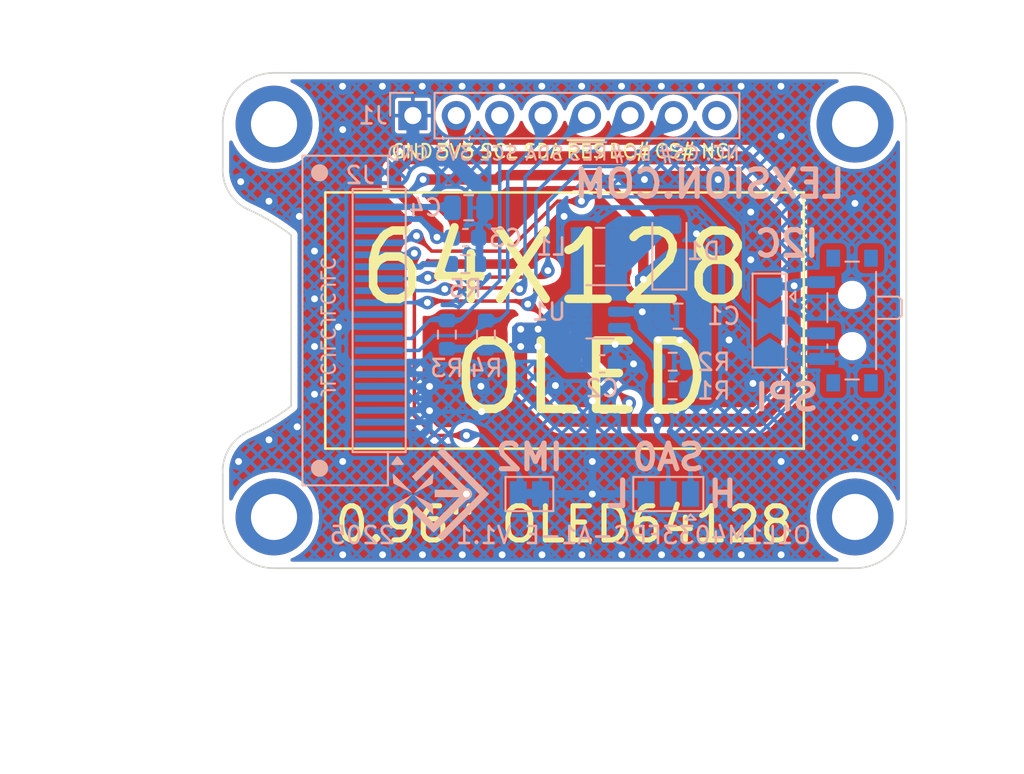
<source format=kicad_pcb>
(kicad_pcb (version 20211014) (generator pcbnew)
  (title_block (title "OLED_OEL1M4033FPC_A1") (date "2022-01-25") (rev "1.1") (company "Lexsion.net") (comment 1 "V1.1:添加屏幕焊盘禁止铺铜、添加泪滴"))
  (layers (0 "F.Cu" signal) (31 "B.Cu" signal) (34 "B.Paste" user) (35 "F.Paste" user) (36 "B.SilkS" user "B.Silkscreen") (37 "F.SilkS" user "F.Silkscreen") (38 "B.Mask" user) (39 "F.Mask" user) (44 "Edge.Cuts" user))
  (net 0 "")
  (net 1 "VPP")
  (net 2 "GND")
  (net 3 "+3V3")
  (net 4 "Net-(C4-Pad1)")
  (net 5 "Net-(D1-Pad2)")
  (net 6 "SCL")
  (net 7 "SDA")
  (net 8 "~{RES}")
  (net 9 "DC#")
  (net 10 "~{CS#}")
  (net 13 "Net-(J2-Pad16)")
  (net 14 "/IM2")
  (net 15 "/IM1")
  (net 17 "Net-(R1-Pad2)")
  (footprint "MountingHole:MountingHole_2.7mm_M2.5_ISO7380_Pad_TopBottom" (layer "F.Cu") (at 92.5 59)
    (fp_text reference "REF**" hide)
    (fp_text value "MountingHole_2.7mm_M2.5_ISO7380_Pad_TopBottom" hide)
  )
  (footprint "MountingHole:MountingHole_2.7mm_M2.5_ISO7380_Pad_TopBottom" (layer "F.Cu") (at 126.5 59)
    (fp_text reference "REF**" hide)
    (fp_text value "MountingHole_2.7mm_M2.5_ISO7380_Pad_TopBottom" hide)
  )
  (footprint "MountingHole:MountingHole_2.7mm_M2.5_ISO7380_Pad_TopBottom" (layer "F.Cu") (at 126.5 36)
    (fp_text reference "REF**" hide)
    (fp_text value "MountingHole_2.7mm_M2.5_ISO7380_Pad_TopBottom" hide)
  )
  (footprint "MountingHole:MountingHole_2.7mm_M2.5_ISO7380_Pad_TopBottom" (layer "F.Cu") (at 92.5 36)
    (fp_text reference "REF**" hide)
    (fp_text value "MountingHole_2.7mm_M2.5_ISO7380_Pad_TopBottom" hide)
  )
  (footprint "Capacitor_SMD:C_0603_1608Metric" (layer "B.Cu") (at 111.699 50.038)
    (fp_text reference "C2")
    (fp_text value "226")
  )
  (footprint "Capacitor_SMD:C_0805_2012Metric" (layer "B.Cu") (at 116.144 47.244 180)
    (fp_text reference "C1")
    (fp_text value "226")
  )
  (footprint "Jumper:SolderJumper-2_P1.3mm_Bridged_Pad1.0x1.5mm" (layer "B.Cu") (at 107.442 57.658 180)
    (fp_text reference "JP3" hide)
    (fp_text value "IM2 Jumper")
  )
  (footprint "Resistor_SMD:R_0603_1608Metric" (layer "B.Cu") (at 102.616 48.324 90)
    (fp_text reference "R3")
    (fp_text value "4.7K")
  )
  (footprint "Resistor_SMD:R_0603_1608Metric" (layer "B.Cu") (at 104.902 48.324 90)
    (fp_text reference "R4")
    (fp_text value "4.7K")
  )
  (footprint "Resistor_SMD:R_0603_1608Metric" (layer "B.Cu") (at 115.826 51.5874 180)
    (fp_text reference "R1")
    (fp_text value "150K")
  )
  (footprint "Capacitor_SMD:C_0603_1608Metric" (layer "B.Cu") (at 103.6958 42.6466)
    (fp_text reference "C3")
    (fp_text value "104")
  )
  (footprint "Diode_SMD:D_SOD-123" (layer "B.Cu") (at 115.636 43.434 90)
    (fp_text reference "D1")
    (fp_text value "MBR0530")
  )
  (footprint "Connector_PinHeader_2.54mm:PinHeader_1x08_P2.54mm_Vertical" (layer "B.Cu") (at 100.625 35.5 -90)
    (fp_text reference "J1")
    (fp_text value "Conn_01x08_Male")
  )
  (footprint "Button_Switch_SMD:SW_SPDT_PCM12" (layer "B.Cu") (at 126 47.5 -90)
    (fp_text reference "SW1" hide)
    (fp_text value "SW_SPDT")
  )
  (footprint "Capacitor_SMD:C_0805_2012Metric" (layer "B.Cu") (at 103.886 40.894)
    (fp_text reference "C4")
    (fp_text value "475")
  )
  (footprint "Lex_Logo:LexsionFish" (layer "B.Cu") (at 102.2604 57.658 180)
    (fp_text reference "G***" hide)
    (fp_text value "LOGO" hide)
  )
  (footprint "Lex_LCM_Solder:LCM_Solder_22Pin_0.7mm" (layer "B.Cu") (at 98.625 47.5 90)
    (fp_text reference "J2")
    (fp_text value "Conn_01x22_Female")
  )
  (footprint "Resistor_SMD:R_0603_1608Metric" (layer "B.Cu") (at 115.826 49.911)
    (fp_text reference "R2")
    (fp_text value "10K")
  )
  (footprint "Resistor_SMD:R_0603_1608Metric" (layer "B.Cu") (at 103.695 44.196)
    (fp_text reference "R5")
    (fp_text value "560K")
  )
  (footprint "Jumper:SolderJumper-3_P2.0mm_Open_TrianglePad1.0x1.5mm" (layer "B.Cu") (at 121.5 47.5 -90)
    (fp_text reference "JP2" hide)
    (fp_text value "IM1 Jumper")
  )
  (footprint "Inductor_SMD:L_1008_2520Metric" (layer "B.Cu") (at 111.572 43.18)
    (fp_text reference "L1")
    (fp_text value "4.7uH")
  )
  (footprint "Package_TO_SOT_SMD:SOT-23-6" (layer "B.Cu") (at 111.572 46.99 180)
    (fp_text reference "U1")
    (fp_text value "MT3608")
  )
  (footprint "Jumper:SolderJumper-3_P1.3mm_Open_Pad1.0x1.5mm" (layer "B.Cu") (at 115.57 57.658 180)
    (fp_text reference "JP1" hide)
    (fp_text value "SA0")
  )
  (gr_line (start 123.5 55) (end 95.5 55) (layer "F.SilkS") (width 0.15))
  (gr_line (start 95.5 55) (end 95.5 40) (layer "F.SilkS") (width 0.15))
  (gr_line (start 123.5 40) (end 123.5 55) (layer "F.SilkS") (width 0.15))
  (gr_line (start 95.5 40) (end 123.5 40) (layer "F.SilkS") (width 0.15))
  (gr_line (start 129.5 36) (end 129.5 59) (layer "Edge.Cuts") (width 0.1))
  (gr_arc (start 91 41) (mid 92.2947 41.6755) (end 93.5 42.5) (layer "Edge.Cuts") (width 0.1))
  (gr_line (start 89.5 59) (end 89.5 56.5) (layer "Edge.Cuts") (width 0.1))
  (gr_arc (start 89.5 56.5) (mid 89.857146 55.014288) (end 91 54) (layer "Edge.Cuts") (width 0.1))
  (gr_arc (start 129.5 59) (mid 128.62132 61.12132) (end 126.5 62) (layer "Edge.Cuts") (width 0.1))
  (gr_arc (start 126.5 33) (mid 128.62132 33.87868) (end 129.5 36) (layer "Edge.Cuts") (width 0.1))
  (gr_arc (start 89.5 36) (mid 90.37868 33.87868) (end 92.5 33) (layer "Edge.Cuts") (width 0.1))
  (gr_arc (start 93.5 52.5) (mid 92.2947 53.3245) (end 91 54) (layer "Edge.Cuts") (width 0.1))
  (gr_arc (start 92.5 62) (mid 90.37868 61.12132) (end 89.5 59) (layer "Edge.Cuts") (width 0.1))
  (gr_line (start 126.5 62) (end 92.5 62) (layer "Edge.Cuts") (width 0.1))
  (gr_line (start 93.5 52.5) (end 93.5 42.5) (layer "Edge.Cuts") (width 0.1))
  (gr_line (start 92.5 33) (end 126.5 33) (layer "Edge.Cuts") (width 0.1))
  (gr_line (start 89.5 38.5) (end 89.5 36) (layer "Edge.Cuts") (width 0.1))
  (gr_arc (start 91 41) (mid 89.857146 39.985712) (end 89.5 38.5) (layer "Edge.Cuts") (width 0.1))
  (gr_text "H" (at 118.745 57.658) (layer "B.SilkS") (effects (font (size 1.5 1.5) (thickness 0.3)) (justify mirror)))
  (gr_text "SPI" (at 122.5 52) (layer "B.SilkS") (effects (font (size 1.5 1.5) (thickness 0.3)) (justify mirror)))
  (gr_text "SDA" (at 108.331 37.719) (layer "B.SilkS") (effects (font (size 0.8 0.8) (thickness 0.12)) (justify mirror)))
  (gr_text "2205" (at 97.663 60.071) (layer "B.SilkS") (effects (font (size 1 1)) (justify mirror)))
  (gr_text "LEXSION.COM" (at 117.983 39.5) (layer "B.SilkS") (effects (font (size 1.6 1.6) (thickness 0.3)) (justify mirror)))
  (gr_text "NC." (at 118.745 37.719) (layer "B.SilkS") (effects (font (size 0.8 0.8) (thickness 0.12)) (justify mirror)))
  (gr_text "SA0\n" (at 115.57 55.499) (layer "B.SilkS") (effects (font (size 1.5 1.5) (thickness 0.3)) (justify mirror)))
  (gr_text "~{RES}" (at 110.871 37.719) (layer "B.SilkS") (effects (font (size 0.8 0.8) (thickness 0.12)) (justify mirror)))
  (gr_text "IM2" (at 107.442 55.499) (layer "B.SilkS") (effects (font (size 1.5 1.5) (thickness 0.3)) (justify mirror)))
  (gr_text "JLCJLCJLCJLC" (at 95.631 47.879 270) (layer "B.SilkS") (effects (font (size 0.8 0.8) (thickness 0.12)) (justify mirror)))
  (gr_text "DC#" (at 113.411 37.719) (layer "B.SilkS") (effects (font (size 0.8 0.8) (thickness 0.12)) (justify mirror)))
  (gr_text "O1L1M4033FPC-A1-E V${REVISION}" (at 113.538 60.071) (layer "B.SilkS") (effects (font (size 1 1)) (justify mirror)))
  (gr_text "3V3" (at 102.997 37.719) (layer "B.SilkS") (effects (font (size 0.8 0.8) (thickness 0.12)) (justify mirror)))
  (gr_text "I2C" (at 122.5 43) (layer "B.SilkS") (effects (font (size 1.5 1.5) (thickness 0.3)) (justify mirror)))
  (gr_text "CS#" (at 116.205 37.719) (layer "B.SilkS") (effects (font (size 0.8 0.8) (thickness 0.12)) (justify mirror)))
  (gr_text "GND" (at 100.33 37.719) (layer "B.SilkS") (effects (font (size 0.8 0.8) (thickness 0.12)) (justify mirror)))
  (gr_text "L" (at 112.649 57.658) (layer "B.SilkS") (effects (font (size 1.5 1.5) (thickness 0.3)) (justify mirror)))
  (gr_text "SCL" (at 105.664 37.719) (layer "B.SilkS") (effects (font (size 0.8 0.8) (thickness 0.12)) (justify mirror)))
  (gr_text "0.96{dblquote} OLED64128" (at 109.474 59.436) (layer "F.SilkS") (effects (font (size 2 2) (thickness 0.3))))
  (gr_text "NC." (at 118.491 37.591) (layer "F.SilkS") (effects (font (size 0.8 0.8) (thickness 0.12))))
  (gr_text "DC#" (at 113.284 37.592) (layer "F.SilkS") (effects (font (size 0.8 0.8) (thickness 0.12))))
  (gr_text "64X128\n OLED" (at 108.966 47.625) (layer "F.SilkS") (effects (font (size 4 4) (thickness 0.5))))
  (gr_text "GND" (at 100.584 37.592) (layer "F.SilkS") (effects (font (size 0.8 0.8) (thickness 0.12))))
  (gr_text "~{RES}" (at 110.744 37.592) (layer "F.SilkS") (effects (font (size 0.8 0.8) (thickness 0.12))))
  (gr_text "SCL" (at 105.664 37.592) (layer "F.SilkS") (effects (font (size 0.8 0.8) (thickness 0.12))))
  (gr_text "SDA" (at 108.204 37.587482) (layer "F.SilkS") (effects (font (size 0.8 0.8) (thickness 0.12))))
  (gr_text "3V3" (at 103.124 37.592) (layer "F.SilkS") (effects (font (size 0.8 0.8) (thickness 0.12))))
  (gr_text "CS#" (at 115.951 37.591) (layer "F.SilkS") (effects (font (size 0.8 0.8) (thickness 0.12))))
  (segment (start 105.537 39.243) (end 101.219 39.243) (width 0.6096) (layer "F.Cu") (net 1))
  (segment (start 111.44225 38.989) (end 105.791 38.989) (width 0.6096) (layer "F.Cu") (net 1))
  (segment (start 105.791 38.989) (end 105.537 39.243) (width 0.6096) (layer "F.Cu") (net 1))
  (segment (start 114.10925 41.656) (end 111.44225 38.989) (width 0.6096) (layer "F.Cu") (net 1))
  (segment (start 114.10925 45.085) (end 114.10925 41.656) (width 0.6096) (layer "F.Cu") (net 1))
  (via (at 114.10925 45.085) (size 0.8) (drill 0.4) (layers "F.Cu" "B.Cu") (net 1))
  (via (at 101.219 39.243) (size 0.8) (drill 0.4) (layers "F.Cu" "B.Cu") (net 1))
  (segment (start 114.11025 45.084) (end 114.10925 45.085) (width 0.6096) (layer "B.Cu") (net 1))
  (segment (start 115.636 45.084) (end 116.39425 45.084) (width 0.6096) (layer "B.Cu") (net 1))
  (segment (start 117.66525 48.514) (end 117.66525 50.57315) (width 0.6096) (layer "B.Cu") (net 1))
  (segment (start 117.66525 47.81525) (end 117.66525 48.514) (width 0.6096) (layer "B.Cu") (net 1))
  (segment (start 116.39425 45.084) (end 117.094 45.78375) (width 0.6096) (layer "B.Cu") (net 1))
  (segment (start 117.094 47.244) (end 117.66525 47.81525) (width 0.6096) (layer "B.Cu") (net 1))
  (segment (start 117.094 45.78375) (end 117.094 47.244) (width 0.6096) (layer "B.Cu") (net 1))
  (segment (start 115.636 45.084) (end 114.11025 45.084) (width 0.6096) (layer "B.Cu") (net 1))
  (segment (start 101.219 39.243) (end 100.316309 40.145691) (width 0.3556) (layer "B.Cu") (net 1))
  (segment (start 117.66525 50.57315) (end 116.651 51.5874) (width 0.6096) (layer "B.Cu") (net 1))
  (segment (start 100.316309 40.145691) (end 98.625 40.145691) (width 0.3556) (layer "B.Cu") (net 1))
  (segment (start 110.998 41.783) (end 111.76 41.021) (width 0.254) (layer "F.Cu") (net 2))
  (segment (start 111.76 40.513) (end 110.998 39.751) (width 0.254) (layer "F.Cu") (net 2))
  (segment (start 113.538 50.038) (end 113.596459 50.038) (width 0.4572) (layer "F.Cu") (net 2))
  (segment (start 109.474 41.402) (end 109.855 41.783) (width 0.254) (layer "F.Cu") (net 2))
  (segment (start 113.596459 50.038) (end 114.99825 48.636209) (width 0.4572) (layer "F.Cu") (net 2))
  (segment (start 113.538 50.038) (end 112.903 50.038) (width 0.4572) (layer "F.Cu") (net 2))
  (segment (start 116.269625 48.639625) (end 119.124625 48.639625) (width 0.4572) (layer "F.Cu") (net 2))
  (segment (start 112.45825 49.59325) (end 112.45825 48.895) (width 0.4572) (layer "F.Cu") (net 2))
  (segment (start 116.26825 48.641) (end 116.269625 48.639625) (width 0.4572) (layer "F.Cu") (net 2))
  (segment (start 119.126 48.641) (end 119.124625 48.639625) (width 0.4572) (layer "F.Cu") (net 2))
  (segment (start 110.998 39.751) (end 108.458 39.751) (width 0.254) (layer "F.Cu") (net 2))
  (segment (start 111.76 41.021) (end 111.76 40.513) (width 0.254) (layer "F.Cu") (net 2))
  (segment (start 108.458 39.751) (end 107.569 40.64) (width 0.254) (layer "F.Cu") (net 2))
  (segment (start 112.903 50.038) (end 112.45825 49.59325) (width 0.4572) (layer "F.Cu") (net 2))
  (segment (start 109.855 41.783) (end 110.998 41.783) (width 0.254) (layer "F.Cu") (net 2))
  (segment (start 115.062 48.641) (end 116.26825 48.641) (width 0.4572) (layer "F.Cu") (net 2))
  (via (at 112.45825 48.895) (size 0.8) (drill 0.4) (layers "F.Cu" "B.Cu") (net 2))
  (via (at 115.177448 61.214) (size 0.8) (drill 0.4) (layers "F.Cu" "B.Cu") (net 2))
  (via (at 96.266 47.879) (size 0.8) (drill 0.4) (layers "F.Cu" "B.Cu") (net 2))
  (via (at 126.492 40.64) (size 0.8) (drill 0.4) (layers "F.Cu" "B.Cu") (net 2))
  (via (at 119.124625 48.639625) (size 0.8) (drill 0.4) (layers "F.Cu" "B.Cu") (net 2))
  (via (at 118.491 39.243) (size 0.8) (drill 0.4) (layers "F.Cu" "B.Cu") (net 2))
  (via (at 96.52 55.753) (size 0.8) (drill 0.4) (layers "F.Cu" "B.Cu") (net 2))
  (via (at 93.853 53.721) (size 0.8) (drill 0.4) (layers "F.Cu" "B.Cu") (net 2))
  (via (at 93.98 41.402) (size 0.8) (drill 0.4) (layers "F.Cu" "B.Cu") (net 2))
  (via (at 117.498086 33.782) (size 0.8) (drill 0.4) (layers "F.Cu" "B.Cu") (net 2))
  (via (at 103.759 57.658) (size 0.8) (drill 0.4) (layers "F.Cu" "B.Cu") (net 2))
  (via (at 101.172819 33.782) (size 0.8) (drill 0.4) (layers "F.Cu" "B.Cu") (net 2))
  (via (at 120.396 41.148) (size 0.8) (drill 0.4) (layers "F.Cu" "B.Cu") (net 2))
  (via (at 108.169362 33.782) (size 0.8) (drill 0.4) (layers "F.Cu" "B.Cu") (net 2))
  (via (at 114.173 39.243) (size 0.8) (drill 0.4) (layers "F.Cu" "B.Cu") (net 2))
  (via (at 101.6 52.7812) (size 0.7) (drill 0.4) (layers "F.Cu" "B.Cu") (net 2))
  (via (at 92.202 40.513) (size 0.8) (drill 0.4) (layers "F.Cu" "B.Cu") (net 2))
  (via (at 103.516543 61.214) (size 0.8) (drill 0.4) (layers "F.Cu" "B.Cu") (net 2))
  (via (at 112.833724 33.782) (size 0.8) (drill 0.4) (layers "F.Cu" "B.Cu") (net 2))
  (via (at 126.492 54.356) (size 0.8) (drill 0.4) (layers "F.Cu" "B.Cu") (net 2))
  (via (at 113.538 50.038) (size 0.8) (drill 0.4) (layers "F.Cu" "B.Cu") (net 2))
  (via (at 96.52 36.322) (size 0.8) (drill 0.4) (layers "F.Cu" "B.Cu") (net 2))
  (via (at 92.202 54.483) (size 0.8) (drill 0.4) (layers "F.Cu" "B.Cu") (net 2))
  (via (at 105.848724 61.214) (size 0.8) (drill 0.4) (layers "F.Cu" "B.Cu") (net 2))
  (via (at 120.523 51.181) (size 0.8) (drill 0.4) (layers "F.Cu" "B.Cu") (net 2))
  (via (at 103.505 33.782) (size 0.8) (drill 0.4) (layers "F.Cu" "B.Cu") (net 2))
  (via (at 98.852181 61.214) (size 0.8) (drill 0.4) (layers "F.Cu" "B.Cu") (net 2))
  (via (at 119.84181 61.214) (size 0.8) (drill 0.4) (layers "F.Cu" "B.Cu") (net 2))
  (via (at 114.046 46.99) (size 0.8) (drill 0.4) (layers "F.Cu" "B.Cu") (net 2))
  (via (at 110.513086 61.214) (size 0.8) (drill 0.4) (layers "F.Cu" "B.Cu") (net 2))
  (via (at 104.648 52.832) (size 0.8) (drill 0.4) (layers "F.Cu" "B.Cu") (net 2))
  (via (at 119.830267 33.782) (size 0.8) (drill 0.4) (layers "F.Cu" "B.Cu") (net 2))
  (via (at 96.52 61.214) (size 0.8) (drill 0.4) (layers "F.Cu" "B.Cu") (net 2))
  (via (at 120.396 43.942) (size 0.8) (drill 0.4) (layers "F.Cu" "B.Cu") (net 2))
  (via (at 117.221 42.418) (size 0.8) (drill 0.4) (layers "F.Cu" "B.Cu") (net 2))
  (via (at 114.99825 48.636209) (size 0.8) (drill 0.4) (layers "F.Cu" "B.Cu") (net 2))
  (via (at 108.966 51.308) (size 0.8) (drill 0.4) (layers "F.Cu" "B.Cu") (net 2))
  (via (at 115.165905 33.782) (size 0.8) (drill 0.4) (layers "F.Cu" "B.Cu") (net 2))
  (via (at 105.837181 33.782) (size 0.8) (drill 0.4) (layers "F.Cu" "B.Cu") (net 2))
  (via (at 117.509629 61.214) (size 0.8) (drill 0.4) (layers "F.Cu" "B.Cu") (net 2))
  (via (at 116.269625 48.639625) (size 0.8) (drill 0.4) (layers "F.Cu" "B.Cu") (net 2))
  (via (at 112.845267 61.214) (size 0.8) (drill 0.4) (layers "F.Cu" "B.Cu") (net 2))
  (via (at 94.869 43.434) (size 0.8) (drill 0.4) (layers "F.Cu" "B.Cu") (net 2))
  (via (at 108.180905 61.214) (size 0.8) (drill 0.4) (layers "F.Cu" "B.Cu") (net 2))
  (via (at 101.184362 61.214) (size 0.8) (drill 0.4) (layers "F.Cu" "B.Cu") (net 2))
  (via (at 90.551 39.37) (size 0.8) (drill 0.4) (layers "F.Cu" "B.Cu") (net 2))
  (via (at 94.869 49.022) (size 0.8) (drill 0.4) (layers "F.Cu" "B.Cu") (net 2))
  (via (at 96.508457 33.782) (size 0.8) (drill 0.4) (layers "F.Cu" "B.Cu") (net 2))
  (via (at 122.162457 33.782) (size 0.8) (drill 0.4) (layers "F.Cu" "B.Cu") (net 2))
  (via (at 122.174 61.214) (size 0.8) (drill 0.4) (layers "F.Cu" "B.Cu") (net 2))
  (via (at 110.501543 33.782) (size 0.8) (drill 0.4) (layers "F.Cu" "B.Cu") (net 2))
  (via (at 122.174 36.703) (size 0.8) (drill 0.4) (layers "F.Cu" "B.Cu") (net 2))
  (via (at 98.840638 33.782) (size 0.8) (drill 0.4) (layers "F.Cu" "B.Cu") (net 2))
  (via (at 122.174 55.753) (size 0.8) (drill 0.4) (layers "F.Cu" "B.Cu") (net 2))
  (via (at 94.869 46.228) (size 0.8) (drill 0.4) (layers "F.Cu" "B.Cu") (net 2))
  (via (at 109.474 41.402) (size 0.8) (drill 0.4) (layers "F.Cu" "B.Cu") (net 2))
  (via (at 111.125 52.197) (size 0.8) (drill 0.4) (layers "F.Cu" "B.Cu") (net 2))
  (via (at 101.6 51.3588) (size 0.7) (drill 0.4) (layers "F.Cu" "B.Cu") (net 2))
  (via (at 94.869 51.816) (size 0.8) (drill 0.4) (layers "F.Cu" "B.Cu") (net 2))
  (via (at 104.606 51.35) (size 0.8) (drill 0.4) (layers "F.Cu" "B.Cu") (net 2))
  (via (at 90.424 55.753) (size 0.8) (drill 0.4) (layers "F.Cu" "B.Cu") (net 2))
  (via (at 111.125 55.753) (size 0.8) (drill 0.4) (layers "F.Cu" "B.Cu") (net 2))
  (via (at 111.125 57.658) (size 0.8) (drill 0.4) (layers "F.Cu" "B.Cu") (net 2))
  (segment (start 101.6 52.832) (end 101.6 52.7812) (width 0.254) (layer "B.Cu") (net 2))
  (segment (start 96.266 47.879) (end 96.266 47.498) (width 0.3556) (layer "B.Cu") (net 2))
  (segment (start 113.985 46.99) (end 114.239 47.244) (width 0.4572) (layer "B.Cu") (net 2))
  (segment (start 112.474 50.038) (end 112.474 48.91075) (width 0.4572) (layer "B.Cu") (net 2))
  (segment (start 124.57 49.75) (end 123.029 49.75) (width 0.4572) (layer "B.Cu") (net 2))
  (segment (start 104.7985 41.6325) (end 104.52 41.911) (width 0.4572) (layer "B.Cu") (net 2))
  (segment (start 98.625 52.05) (end 101.58 52.05) (width 0.3556) (layer "B.Cu") (net 2))
  (segment (start 104.7985 39.9015) (end 104.7985 40.894) (width 0.762) (layer "B.Cu") (net 2))
  (segment (start 101.6 52.832) (end 104.775 52.832) (width 0.254) (layer "B.Cu") (net 2))
  (segment (start 101.6 50.65) (end 101.6 50.8) (width 0.3556) (layer "B.Cu") (net 2))
  (segment (start 115.194 47.244) (end 115.194 47.564) (width 0.4572) (layer "B.Cu") (net 2))
  (segment (start 98.625 52.75) (end 101.518 52.75) (width 0.3556) (layer "B.Cu") (net 2))
  (segment (start 101.298 54.15) (end 101.6 53.848) (width 0.3556) (layer "B.Cu") (net 2))
  (segment (start 112.474 50.038) (end 112.474 50.848) (width 0.4572) (layer "B.Cu") (net 2))
  (segment (start 114.808 47.244) (end 115.194 47.244) (width 0.4572) (layer "B.Cu") (net 2))
  (segment (start 101.6 50.8) (end 101.6 50.292) (width 0.3556) (layer "B.Cu") (net 2))
  (segment (start 101.6 51.308) (end 101.6 50.8) (width 0.3556) (layer "B.Cu") (net 2))
  (segment (start 96.559 49.95) (end 96.266 49.657) (width 0.3556) (layer "B.Cu") (net 2))
  (segment (start 101.6 52.7812) (end 101.6 52.07) (width 0.3556) (layer "B.Cu") (net 2))
  (segment (start 121.5 49.5) (end 119.985 49.5) (width 0.4572) (layer "B.Cu") (net 2))
  (segment (start 101.558 51.35) (end 101.6 51.308) (width 0.254) (layer "B.Cu") (net 2))
  (segment (start 111.125 54.991) (end 111.125 55.753) (width 0.4572) (layer "B.Cu") (net 2))
  (segment (start 112.7095 46.99) (end 113.985 46.99) (width 0.4572) (layer "B.Cu") (net 2))
  (segment (start 116.651 49.021) (end 116.651 49.911) (width 0.4572) (layer "B.Cu") (net 2))
  (segment (start 98.625 53.45) (end 101.6 53.45) (width 0.3556) (layer "B.Cu") (net 2))
  (segment (start 100.625 36.998) (end 101.727 38.1) (width 0.762) (layer "B.Cu") (net 2))
  (segment (start 98.625 51.35) (end 101.558 51.35) (width 0.3556) (layer "B.Cu") (net 2))
  (segment (start 114.239 47.244) (end 114.808 47.244) (width 0.4572) (layer "B.Cu") (net 2))
  (segment (start 104.52 41.911) (end 104.52 44.196) (width 0.4572) (layer "B.Cu") (net 2))
  (segment (start 98.625 47.85) (end 96.295 47.85) (width 0.3556) (layer "B.Cu") (net 2))
  (segment (start 96.614 47.15) (end 98.625 47.15) (width 0.3556) (layer "B.Cu") (net 2))
  (segment (start 104.691 51.308) (end 104.733 51.35) (width 0.254) (layer "B.Cu") (net 2))
  (segment (start 123.029 49.75) (end 122.779 49.5) (width 0.4572) (layer "B.Cu") (net 2))
  (segment (start 101.258 49.95) (end 98.625 49.95) (width 0.3556) (layer "B.Cu") (net 2))
  (segment (start 100.625 35.5) (end 100.625 36.998) (width 0.762) (layer "B.Cu") (net 2))
  (segment (start 98.625 49.95) (end 96.559 49.95) (width 0.3556) (layer "B.Cu") (net 2))
  (segment (start 112.474 50.038) (end 113.538 50.038) (width 0.4572) (layer "B.Cu") (net 2))
  (segment (start 122.779 49.5) (end 121.5 49.5) (width 0.4572) (layer "B.Cu") (net 2))
  (segment (start 98.625 54.15) (end 101.298 54.15) (width 0.3556) (layer "B.Cu") (net 2))
  (segment (start 115.194 47.564) (end 116.269625 48.639625) (width 0.4572) (layer "B.Cu") (net 2))
  (segment (start 101.6 51.3588) (end 101.6 51.308) (width 0.254) (layer "B.Cu") (net 2))
  (segment (start 104.7985 40.894) (end 104.7985 41.6325) (width 0.4572) (layer "B.Cu") (net 2))
  (segment (start 101.518 52.75) (end 101.6 52.832) (width 0.254) (layer "B.Cu") (net 2))
  (segment (start 108.092 57.658) (end 111.125 57.658) (width 0.4572) (layer "B.Cu") (net 2))
  (segment (start 111.125 52.197) (end 111.125 54.991) (width 0.4572) (layer "B.Cu") (net 2))
  (segment (start 101.58 52.05) (end 101.6 52.07) (width 0.254) (layer "B.Cu") (net 2))
  (segment (start 104.7242 51.3588) (end 104.733 51.35) (width 0.254) (layer "B.Cu") (net 2))
  (segment (start 101.6 53.848) (end 101.6 53.34) (width 0.3556) (layer "B.Cu") (net 2))
  (segment (start 102.997 38.1) (end 104.7985 39.9015) (width 0.762) (layer "B.Cu") (net 2))
  (segment (start 101.6 53.34) (end 101.6 52.832) (width 0.3556) (layer "B.Cu") (net 2))
  (segment (start 96.266 47.498) (end 96.614 47.15) (width 0.3556) (layer "B.Cu") (net 2))
  (segment (start 98.625 50.65) (end 101.6 50.65) (width 0.3556) (layer "B.Cu") (net 2))
  (segment (start 112.474 48.91075) (end 112.45825 48.895) (width 0.4572) (layer "B.Cu") (net 2))
  (segment (start 111.125 57.658) (end 114.27 57.658) (width 0.4572) (layer "B.Cu") (net 2))
  (segment (start 112.474 50.848) (end 111.125 52.197) (width 0.4572) (layer "B.Cu") (net 2))
  (segment (start 96.266 49.657) (end 96.266 47.879) (width 0.3556) (layer "B.Cu") (net 2))
  (segment (start 101.6 51.3588) (end 104.7242 51.3588) (width 0.254) (layer "B.Cu") (net 2))
  (segment (start 116.269625 48.639625) (end 116.651 49.021) (width 0.4572) (layer "B.Cu") (net 2))
  (segment (start 101.6 50.292) (end 101.258 49.95) (width 0.3556) (layer "B.Cu") (net 2))
  (segment (start 96.295 47.85) (end 96.266 47.879) (width 0.254) (layer "B.Cu") (net 2))
  (segment (start 111.125 55.753) (end 111.125 57.658) (width 0.4572) (layer "B.Cu") (net 2))
  (segment (start 119.985 49.5) (end 119.124625 48.639625) (width 0.4572) (layer "B.Cu") (net 2))
  (segment (start 101.727 38.1) (end 102.997 38.1) (width 0.762) (layer "B.Cu") (net 2))
  (segment (start 101.6 52.07) (end 101.6 51.3588) (width 0.3556) (layer "B.Cu") (net 2))
  (segment (start 102.032253 42.620747) (end 102.032253 42.088253) (width 0.762) (layer "F.Cu") (net 3))
  (segment (start 103.124 37.973) (end 104.394 37.973) (width 0.762) (layer "F.Cu") (net 3))
  (segment (start 122.936 40.767) (end 122.936 45.466) (width 0.762) (layer "F.Cu") (net 3))
  (segment (start 106.934 49.022) (end 106.934 48.514) (width 0.762) (layer "F.Cu") (net 3))
  (segment (start 99.568 39.624) (end 99.568 38.735) (width 0.762) (layer "F.Cu") (net 3))
  (segment (start 109.22 53.34) (end 107.442 51.562) (width 0.762) (layer "F.Cu") (net 3))
  (segment (start 100.33 37.973) (end 103.124 37.973) (width 0.762) (layer "F.Cu") (net 3))
  (segment (start 122.936 51.308) (end 120.904 53.34) (width 0.762) (layer "F.Cu") (net 3))
  (segment (start 104.394 37.973) (end 120.142 37.973) (width 0.762) (layer "F.Cu") (net 3))
  (segment (start 103.165 37.932) (end 103.124 37.973) (width 0.762) (layer "F.Cu") (net 3))
  (segment (start 120.142 37.973) (end 122.936 40.767) (width 0.762) (layer "F.Cu") (net 3))
  (segment (start 122.936 45.466) (end 122.936 51.308) (width 0.762) (layer "F.Cu") (net 3))
  (segment (start 107.442 51.562) (end 106.934 51.054) (width 0.762) (layer "F.Cu") (net 3))
  (segment (start 106.934 48.514) (end 107.442 48.514) (width 0.762) (layer "F.Cu") (net 3))
  (segment (start 107.95 48.006) (end 106.934 48.006) (width 0.762) (layer "F.Cu") (net 3))
  (segment (start 106.934 48.514) (end 106.934 48.006) (width 0.762) (layer "F.Cu") (net 3))
  (segment (start 114.935 53.34) (end 109.22 53.34) (width 0.762) (layer "F.Cu") (net 3))
  (segment (start 120.904 53.34) (end 114.935 53.34) (width 0.762) (layer "F.Cu") (net 3))
  (segment (start 103.165 35.5) (end 103.165 37.932) (width 0.762) (layer "F.Cu") (net 3))
  (segment (start 99.568 38.735) (end 100.33 37.973) (width 0.762) (layer "F.Cu") (net 3))
  (segment (start 107.442 48.514) (end 107.95 48.006) (width 0.762) (layer "F.Cu") (net 3))
  (segment (start 106.934 51.054) (end 106.934 49.022) (width 0.762) (layer "F.Cu") (net 3))
  (segment (start 106.934 49.022) (end 107.95 49.022) (width 0.762) (layer "F.Cu") (net 3))
  (segment (start 107.95 49.022) (end 107.95 48.006) (width 0.762) (layer "F.Cu") (net 3))
  (segment (start 102.032253 42.088253) (end 99.568 39.624) (width 0.762) (layer "F.Cu") (net 3))
  (via (at 102.032253 42.620747) (size 0.8) (drill 0.4) (layers "F.Cu" "B.Cu") (net 3))
  (via (at 107.95 49.022) (size 0.8) (drill 0.4) (layers "F.Cu" "B.Cu") (net 3))
  (via (at 107.95 48.006) (size 0.8) (drill 0.4) (layers "F.Cu" "B.Cu") (net 3))
  (via (at 106.934 49.022) (size 0.8) (drill 0.4) (layers "F.Cu" "B.Cu") (net 3))
  (via (at 114.935 53.34) (size 0.8) (drill 0.4) (layers "F.Cu" "B.Cu") (net 3))
  (via (at 122.936 45.466) (size 0.8) (drill 0.4) (layers "F.Cu" "B.Cu") (net 3))
  (via (at 106.934 48.006) (size 0.8) (drill 0.4) (layers "F.Cu" "B.Cu") (net 3))
  (segment (start 102.032253 42.512968) (end 101.069285 41.55) (width 0.3556) (layer "B.Cu") (net 3))
  (segment (start 102.032253 42.620747) (end 102.058106 42.6466) (width 0.3556) (layer "B.Cu") (net 3))
  (segment (start 123.279 45.25) (end 123.029 45.5) (width 0.4572) (layer "B.Cu") (net 3))
  (segment (start 102.032253 42.620747) (end 102.032253 42.512968) (width 0.3556) (layer "B.Cu") (net 3))
  (segment (start 110.434505 44.949745) (end 110.55325 44.831) (width 0.6096) (layer "B.Cu") (net 3))
  (segment (start 104.902 49.149) (end 106.299 49.149) (width 0.4572) (layer "B.Cu") (net 3))
  (segment (start 110.434505 46.039989) (end 110.434505 44.949745) (width 0.6096) (layer "B.Cu") (net 3))
  (segment (start 110.4345 46.039994) (end 110.434505 46.039989) (width 0.6096) (layer "B.Cu") (net 3))
  (segment (start 114.935 54.229) (end 116.87 56.164) (width 0.254) (layer "B.Cu") (net 3))
  (segment (start 116.87 56.164) (end 116.87 57.658) (width 0.254) (layer "B.Cu") (net 3))
  (segment (start 107 47.94) (end 106.934 48.006) (width 0.4572) (layer "B.Cu") (net 3))
  (segment (start 109.86325 47.94) (end 107 47.94) (width 0.4572) (layer "B.Cu") (net 3))
  (segment (start 110.55325 44.831) (end 110.55325 43.23625) (width 0.6096) (layer "B.Cu") (net 3))
  (segment (start 110.55325 43.23625) (end 110.497 43.18) (width 0.6096) (layer "B.Cu") (net 3))
  (segment (start 110.4345 46.99) (end 110.4345 46.039994) (width 0.6096) (layer "B.Cu") (net 3))
  (segment (start 114.935 53.34) (end 114.935 54.229) (width 0.254) (layer "B.Cu") (net 3))
  (segment (start 110.924 49.13875) (end 110.42625 48.641) (width 0.4572) (layer "B.Cu") (net 3))
  (segment (start 101.069285 41.55) (end 98.625 41.55) (width 0.3556) (layer "B.Cu") (net 3))
  (segment (start 123.029 45.5) (end 121.5 45.5) (width 0.4572) (layer "B.Cu") (net 3))
  (segment (start 124.57 45.25) (end 123.279 45.25) (width 0.4572) (layer "B.Cu") (net 3))
  (segment (start 110.42625 48.641) (end 110.42625 47.94825) (width 0.4572) (layer "B.Cu") (net 3))
  (segment (start 106.299 49.149) (end 106.426 49.022) (width 0.4572) (layer "B.Cu") (net 3))
  (segment (start 106.426 49.022) (end 106.934 49.022) (width 0.4572) (layer "B.Cu") (net 3))
  (segment (start 110.924 50.038) (end 110.924 49.13875) (width 0.4572) (layer "B.Cu") (net 3))
  (segment (start 102.058106 42.6466) (end 102.9208 42.6466) (width 0.3556) (layer "B.Cu") (net 3))
  (segment (start 102.616 49.149) (end 104.902 49.149) (width 0.4572) (layer "B.Cu") (net 3))
  (segment (start 110.42625 47.94825) (end 110.4345 47.94) (width 0.4572) (layer "B.Cu") (net 3))
  (segment (start 110.4345 47.94) (end 110.4345 46.99) (width 0.6096) (layer "B.Cu") (net 3))
  (segment (start 102.9295 40.85) (end 102.9735 40.894) (width 0.3556) (layer "B.Cu") (net 4))
  (segment (start 98.625 40.85) (end 102.9295 40.85) (width 0.3556) (layer "B.Cu") (net 4))
  (segment (start 115.636 41.784) (end 115.63225 41.784) (width 0.6096) (layer "B.Cu") (net 5))
  (segment (start 112.7095 46.04) (end 112.7095 44.82825) (width 0.6096) (layer "B.Cu") (net 5))
  (segment (start 114.23625 43.18) (end 112.647 43.18) (width 0.6096) (layer "B.Cu") (net 5))
  (segment (start 112.647 44.76575) (end 112.647 43.18) (width 0.6096) (layer "B.Cu") (net 5))
  (segment (start 115.63225 41.784) (end 114.23625 43.18) (width 0.6096) (layer "B.Cu") (net 5))
  (segment (start 112.7095 44.82825) (end 112.647 44.76575) (width 0.6096) (layer "B.Cu") (net 5))
  (segment (start 100.548 48.55) (end 101.6 47.498) (width 0.2032) (layer "B.Cu") (net 6))
  (segment (start 103.377 47.499) (end 105.705 45.171) (width 0.2032) (layer "B.Cu") (net 6))
  (segment (start 102.615 47.498) (end 102.616 47.499) (width 0.2032) (layer "B.Cu") (net 6))
  (segment (start 98.625 48.55) (end 100.548 48.55) (width 0.2032) (layer "B.Cu") (net 6))
  (segment (start 105.705 45.171) (end 105.705 35.5) (width 0.2032) (layer "B.Cu") (net 6))
  (segment (start 101.6 47.498) (end 102.615 47.498) (width 0.2032) (layer "B.Cu") (net 6))
  (segment (start 102.616 47.499) (end 103.377 47.499) (width 0.2032) (layer "B.Cu") (net 6))
  (segment (start 104.014 48.387) (end 104.902 47.499) (width 0.2032) (layer "B.Cu") (net 7))
  (segment (start 106.172 46.99) (end 106.172 38.862) (width 0.2032) (layer "B.Cu") (net 7))
  (segment (start 98.625 49.25) (end 100.991 49.25) (width 0.2032) (layer "B.Cu") (net 7))
  (segment (start 100.991 49.25) (end 101.854 48.387) (width 0.2032) (layer "B.Cu") (net 7))
  (segment (start 104.902 47.499) (end 105.663 47.499) (width 0.2032) (layer "B.Cu") (net 7))
  (segment (start 108.245 36.789) (end 108.245 35.5) (width 0.2032) (layer "B.Cu") (net 7))
  (segment (start 105.663 47.499) (end 106.172 46.99) (width 0.2032) (layer "B.Cu") (net 7))
  (segment (start 106.172 38.862) (end 108.245 36.789) (width 0.2032) (layer "B.Cu") (net 7))
  (segment (start 101.854 48.387) (end 104.014 48.387) (width 0.2032) (layer "B.Cu") (net 7))
  (segment (start 102.489 45.6591) (end 102.5551 45.593) (width 0.2032) (layer "F.Cu") (net 8))
  (segment (start 102.5551 45.593) (end 106.807 45.593) (width 0.2032) (layer "F.Cu") (net 8))
  (segment (start 106.807 45.593) (end 106.8731 45.6591) (width 0.2032) (layer "F.Cu") (net 8))
  (via (at 102.489 45.6591) (size 0.8) (drill 0.4) (layers "F.Cu" "B.Cu") (net 8))
  (via (at 106.8731 45.6591) (size 0.8) (drill 0.4) (layers "F.Cu" "B.Cu") (net 8))
  (segment (start 107.188 45.3442) (end 107.188 39.097) (width 0.2032) (layer "B.Cu") (net 8))
  (segment (start 98.625 45.75) (end 102.3981 45.75) (width 0.2032) (layer "B.Cu") (net 8))
  (segment (start 106.8731 45.6591) (end 107.188 45.3442) (width 0.2032) (layer "B.Cu") (net 8))
  (segment (start 107.188 39.097) (end 110.785 35.5) (width 0.2032) (layer "B.Cu") (net 8))
  (segment (start 102.3981 45.75) (end 102.489 45.6591) (width 0.2032) (layer "B.Cu") (net 8))
  (segment (start 102.198589 46.360211) (end 107.16651 46.360211) (width 0.2032) (layer "F.Cu") (net 9))
  (segment (start 101.5691 46.355) (end 102.193378 46.355) (width 0.2032) (layer "F.Cu") (net 9))
  (segment (start 101.473 46.4511) (end 101.5691 46.355) (width 0.2032) (layer "F.Cu") (net 9))
  (segment (start 107.16651 46.360211) (end 107.345968 46.539669) (width 0.2032) (layer "F.Cu") (net 9))
  (segment (start 102.193378 46.355) (end 102.198589 46.360211) (width 0.2032) (layer "F.Cu") (net 9))
  (segment (start 107.499669 46.539669) (end 107.345968 46.539669) (width 0.2032) (layer "F.Cu") (net 9))
  (segment (start 113.284 52.324) (end 107.499669 46.539669) (width 0.2032) (layer "F.Cu") (net 9))
  (via (at 107.345968 46.539669) (size 0.8) (drill 0.4) (layers "F.Cu" "B.Cu") (net 9))
  (via (at 113.284 52.324) (size 0.8) (drill 0.4) (layers "F.Cu" "B.Cu") (net 9))
  (via (at 101.473 46.4511) (size 0.8) (drill 0.4) (layers "F.Cu" "B.Cu") (net 9))
  (segment (start 107.345968 46.539669) (end 107.823 46.062637) (width 0.2032) (layer "B.Cu") (net 9))
  (segment (start 107.823 46.062637) (end 107.823 40.005) (width 0.2032) (layer "B.Cu") (net 9))
  (segment (start 101.4719 46.45) (end 98.625 46.45) (width 0.2032) (layer "B.Cu") (net 9))
  (segment (start 113.284 52.324) (end 113.284 53.848) (width 0.2032) (layer "B.Cu") (net 9))
  (segment (start 110.236 37.592) (end 111.233 37.592) (width 0.2032) (layer "B.Cu") (net 9))
  (segment (start 107.823 40.005) (end 110.236 37.592) (width 0.2032) (layer "B.Cu") (net 9))
  (segment (start 101.473 46.4511) (end 101.4719 46.45) (width 0.2032) (layer "B.Cu") (net 9))
  (segment (start 111.233 37.592) (end 113.325 35.5) (width 0.2032) (layer "B.Cu") (net 9))
  (segment (start 113.284 53.848) (end 115.57 56.134) (width 0.2032) (layer "B.Cu") (net 9))
  (segment (start 115.57 56.134) (end 115.57 57.658) (width 0.2032) (layer "B.Cu") (net 9))
  (segment (start 108.5241 44.6379) (end 108.5241 44.577) (width 0.2032) (layer "F.Cu") (net 10))
  (segment (start 101.498127 44.995444) (end 101.535571 44.958) (width 0.2032) (layer "F.Cu") (net 10))
  (segment (start 106.807 44.958) (end 108.204 44.958) (width 0.2032) (layer "F.Cu") (net 10))
  (segment (start 101.535571 44.958) (end 106.807 44.958) (width 0.2032) (layer "F.Cu") (net 10))
  (segment (start 108.204 44.958) (end 108.331 44.831) (width 0.2032) (layer "F.Cu") (net 10))
  (segment (start 108.331 44.831) (end 108.5241 44.6379) (width 0.2032) (layer "F.Cu") (net 10))
  (via (at 101.498127 44.995444) (size 0.8) (drill 0.4) (layers "F.Cu" "B.Cu") (net 10))
  (via (at 108.5241 44.577) (size 0.8) (drill 0.4) (layers "F.Cu" "B.Cu") (net 10))
  (segment (start 112.903 38.481) (end 115.865 35.519) (width 0.2032) (layer "B.Cu") (net 10))
  (segment (start 101.443571 45.05) (end 101.498127 44.995444) (width 0.2032) (layer "B.Cu") (net 10))
  (segment (start 110.617 38.481) (end 112.903 38.481) (width 0.2032) (layer "B.Cu") (net 10))
  (segment (start 108.5241 40.5739) (end 110.617 38.481) (width 0.2032) (layer "B.Cu") (net 10))
  (segment (start 98.625 45.05) (end 101.443571 45.05) (width 0.2032) (layer "B.Cu") (net 10))
  (segment (start 115.865 35.519) (end 115.865 35.5) (width 0.2032) (layer "B.Cu") (net 10))
  (segment (start 108.5241 44.577) (end 108.5241 40.5739) (width 0.2032) (layer "B.Cu") (net 10))
  (segment (start 98.625 44.35) (end 101.065 44.35) (width 0.3556) (layer "B.Cu") (net 13))
  (segment (start 101.219 44.196) (end 102.87 44.196) (width 0.3556) (layer "B.Cu") (net 13))
  (segment (start 101.065 44.35) (end 101.219 44.196) (width 0.3556) (layer "B.Cu") (net 13))
  (segment (start 101.346 53.721) (end 101.854 54.229) (width 0.2032) (layer "F.Cu") (net 14))
  (segment (start 100.711 53.086) (end 101.346 53.721) (width 0.2032) (layer "F.Cu") (net 14))
  (segment (start 101.854 54.229) (end 103.759 54.229) (width 0.2032) (layer "F.Cu") (net 14))
  (segment (start 100.711 43.561) (end 100.711 53.086) (width 0.2032) (layer "F.Cu") (net 14))
  (via (at 100.711 43.561) (size 0.8) (drill 0.4) (layers "F.Cu" "B.Cu") (net 14))
  (via (at 103.759 54.229) (size 0.8) (drill 0.4) (layers "F.Cu" "B.Cu") (net 14))
  (segment (start 98.625 43.65) (end 100.622 43.65) (width 0.2032) (layer "B.Cu") (net 14))
  (segment (start 100.622 43.65) (end 100.711 43.561) (width 0.2032) (layer "B.Cu") (net 14))
  (segment (start 104.648 54.229) (end 106.792 56.373) (width 0.2032) (layer "B.Cu") (net 14))
  (segment (start 106.792 56.373) (end 106.792 57.658) (width 0.2032) (layer "B.Cu") (net 14))
  (segment (start 103.759 54.229) (end 104.648 54.229) (width 0.2032) (layer "B.Cu") (net 14))
  (segment (start 109.093 40.513) (end 106.172 43.434) (width 0.2032) (layer "F.Cu") (net 15))
  (segment (start 106.172 43.434) (end 101.727 43.434) (width 0.2032) (layer "F.Cu") (net 15))
  (segment (start 101.727 43.434) (end 100.838 42.545) (width 0.2032) (layer "F.Cu") (net 15))
  (segment (start 110.49 40.513) (end 109.093 40.513) (width 0.2032) (layer "F.Cu") (net 15))
  (via (at 110.49 40.513) (size 0.8) (drill 0.4) (layers "F.Cu" "B.Cu") (net 15))
  (via (at 100.838 42.545) (size 0.8) (drill 0.4) (layers "F.Cu" "B.Cu") (net 15))
  (segment (start 121.502 47.498) (end 121.5 47.5) (width 0.4572) (layer "B.Cu") (net 15))
  (segment (start 123.4055 48.25) (end 122.6535 47.498) (width 0.4572) (layer "B.Cu") (net 15))
  (segment (start 100.838 42.545) (end 100.457 42.545) (width 0.2032) (layer "B.Cu") (net 15))
  (segment (start 122.6535 47.498) (end 121.502 47.498) (width 0.4572) (layer "B.Cu") (net 15))
  (segment (start 124.57 48.25) (end 123.4055 48.25) (width 0.4572) (layer "B.Cu") (net 15))
  (segment (start 110.49 40.513) (end 110.744 40.259) (width 0.2032) (layer "B.Cu") (net 15))
  (segment (start 100.457 42.545) (end 100.052 42.95) (width 0.2032) (layer "B.Cu") (net 15))
  (segment (start 120.525 47.5) (end 121.5 47.5) (width 0.2032) (layer "B.Cu") (net 15))
  (segment (start 119.38 42.164) (end 119.38 46.355) (width 0.2032) (layer "B.Cu") (net 15))
  (segment (start 110.744 40.259) (end 117.475 40.259) (width 0.2032) (layer "B.Cu") (net 15))
  (segment (start 100.052 42.95) (end 98.625 42.95) (width 0.2032) (layer "B.Cu") (net 15))
  (segment (start 119.38 46.355) (end 120.525 47.5) (width 0.2032) (layer "B.Cu") (net 15))
  (segment (start 117.475 40.259) (end 119.38 42.164) (width 0.2032) (layer "B.Cu") (net 15))
  (segment (start 115.001 49.911) (end 115.001 51.5874) (width 0.4572) (layer "B.Cu") (net 17))
  (segment (start 113.03 47.94) (end 115.001 49.911) (width 0.4572) (layer "B.Cu") (net 17))
  (segment (start 112.7095 47.94) (end 113.03 47.94) (width 0.4572) (layer "B.Cu") (net 17))
  (zone (net 2) (net_name "GND") (layer "F.Cu") (connect_pads (clearance 0.381)) (min_thickness 0.2032) (fill yes (thermal_gap 0.2032) (thermal_bridge_width 0.2032))
    (polygon (pts (arc (start 126.5 62) (mid 128.62132 61.12132) (end 129.5 59)) (arc (start 129.5 36) (mid 128.62132 33.87868) (end 126.5 33)) (arc (start 92.5 33) (mid 90.37868 33.87868) (end 89.5 36)) (arc (start 89.5 38.5) (mid 89.857146 39.985712) (end 91 41)) (arc (start 91 41) (mid 92.2947 41.6755) (end 93.5 42.5)) (arc (start 93.5 52.5) (mid 92.2947 53.3245) (end 91 54)) (arc (start 91 54) (mid 89.857146 55.014288) (end 89.5 56.5)) (arc (start 89.5 59) (mid 90.37868 61.12132) (end 92.5 62))))
  )
  (zone (net 15) (net_name "/IM1") (layer "F.Cu") (priority 16962) (connect_pads yes (clearance 0)) (min_thickness 0.0254) (fill yes (thermal_gap 0.508) (thermal_bridge_width 0.508))
    (polygon (pts (xy 109.38 40.6146) (xy 109.44979 40.615168) (xy 109.513921 40.616888) (xy 109.572933 40.619787) (xy 109.627363 40.623887) (xy 109.677754 40.629213) (xy 109.724643 40.63579) (xy 109.76857 40.643643) (xy 109.810076 40.652797) (xy 109.849699 40.663275) (xy 109.887979 40.675102) (xy 109.925457 40.688303) (xy 109.96267 40.702903) (xy 110.00016 40.718926) (xy 110.038466 40.736397) (xy 110.078126 40.75534) (xy 110.119682 40.77578) (xy 110.163672 40.797741) (xy 110.210636 40.821248) (xy 110.261114 40.846326) (xy 110.315645 40.873) (xy 110.69 40.513) (xy 110.315645 40.153) (xy 110.261114 40.179673) (xy 110.210636 40.204751) (xy 110.163672 40.228258) (xy 110.119682 40.250219) (xy 110.078126 40.270659) (xy 110.038466 40.289602) (xy 110.00016 40.307073) (xy 109.96267 40.323096) (xy 109.925457 40.337696) (xy 109.887979 40.350897) (xy 109.849699 40.362724) (xy 109.810076 40.373202) (xy 109.76857 40.382356) (xy 109.724643 40.390209) (xy 109.677754 40.396786) (xy 109.627363 40.402112) (xy 109.572933 40.406212) (xy 109.513921 40.409111) (xy 109.44979 40.410831) (xy 109.38 40.4114)))
  )
  (zone (net 9) (net_name "DC#") (layer "F.Cu") (priority 16962) (connect_pads yes (clearance 0)) (min_thickness 0.0254) (fill yes (thermal_gap 0.508) (thermal_bridge_width 0.508))
    (polygon (pts (xy 108.278616 47.174932) (xy 108.225653 47.120905) (xy 108.178193 47.070339) (xy 108.135717 47.022847) (xy 108.097707 46.978044) (xy 108.063645 46.935541) (xy 108.033015 46.894954) (xy 108.005297 46.855896) (xy 107.979975 46.817981) (xy 107.956531 46.780821) (xy 107.934446 46.744032) (xy 107.913204 46.707227) (xy 107.892287 46.670018) (xy 107.871176 46.632021) (xy 107.849355 46.592848) (xy 107.826305 46.552114) (xy 107.801508 46.509432) (xy 107.774448 46.464416) (xy 107.744606 46.416679) (xy 107.711464 46.365835) (xy 107.674506 46.311498) (xy 107.171688 46.441556) (xy 107.321298 46.938907) (xy 107.377462 46.942643) (xy 107.429796 46.946794) (xy 107.478666 46.951556) (xy 107.524439 46.957128) (xy 107.567482 46.96371) (xy 107.608161 46.9715) (xy 107.646843 46.980696) (xy 107.683896 46.991497) (xy 107.719685 47.004102) (xy 107.754579 47.01871) (xy 107.788943 47.035518) (xy 107.823144 47.054726) (xy 107.857551 47.076533) (xy 107.892528 47.101136) (xy 107.928443 47.128735) (xy 107.965664 47.159528) (xy 108.004556 47.193714) (xy 108.045487 47.231491) (xy 108.088823 47.273059) (xy 108.134932 47.318616)))
  )
  (zone (net 14) (net_name "/IM2") (layer "F.Cu") (priority 16962) (connect_pads yes (clearance 0)) (min_thickness 0.0254) (fill yes (thermal_gap 0.508) (thermal_bridge_width 0.508))
    (polygon (pts (xy 100.8126 44.671) (xy 100.813168 44.601209) (xy 100.814888 44.537078) (xy 100.817787 44.478066) (xy 100.821887 44.423636) (xy 100.827213 44.373245) (xy 100.83379 44.326356) (xy 100.841643 44.282429) (xy 100.850797 44.240923) (xy 100.861275 44.2013) (xy 100.873102 44.16302) (xy 100.886303 44.125542) (xy 100.900903 44.088329) (xy 100.916926 44.050839) (xy 100.934397 44.012533) (xy 100.95334 43.972873) (xy 100.97378 43.931317) (xy 100.995741 43.887327) (xy 101.019248 43.840363) (xy 101.044326 43.789885) (xy 101.071 43.735355) (xy 100.711 43.361) (xy 100.351 43.735355) (xy 100.377673 43.789885) (xy 100.402751 43.840363) (xy 100.426258 43.887327) (xy 100.448219 43.931317) (xy 100.468659 43.972873) (xy 100.487602 44.012533) (xy 100.505073 44.050839) (xy 100.521096 44.088329) (xy 100.535696 44.125542) (xy 100.548897 44.16302) (xy 100.560724 44.2013) (xy 100.571202 44.240923) (xy 100.580356 44.282429) (xy 100.588209 44.326356) (xy 100.594786 44.373245) (xy 100.600112 44.423636) (xy 100.604212 44.478066) (xy 100.607111 44.537078) (xy 100.608831 44.601209) (xy 100.6094 44.671)))
  )
  (zone (net 10) (net_name "~{CS#}") (layer "F.Cu") (priority 16962) (connect_pads yes (clearance 0)) (min_thickness 0.0254) (fill yes (thermal_gap 0.508) (thermal_bridge_width 0.508))
    (polygon (pts (xy 102.625571 44.8564) (xy 102.55268 44.855793) (xy 102.485786 44.853979) (xy 102.424303 44.850962) (xy 102.367644 44.846748) (xy 102.315223 44.841342) (xy 102.266454 44.834749) (xy 102.22075 44.826976) (xy 102.177525 44.818028) (xy 102.136193 44.80791) (xy 102.096168 44.796628) (xy 102.056863 44.784188) (xy 102.017692 44.770594) (xy 101.978069 44.755853) (xy 101.937408 44.73997) (xy 101.895122 44.72295) (xy 101.850626 44.7048) (xy 101.803332 44.685524) (xy 101.752655 44.665128) (xy 101.698008 44.643618) (xy 101.638806 44.620999) (xy 101.298967 45.013746) (xy 101.704696 45.337977) (xy 101.756232 45.306838) (xy 101.804169 45.277911) (xy 101.84901 45.251128) (xy 101.891259 45.226424) (xy 101.93142 45.203731) (xy 101.969994 45.182984) (xy 102.007488 45.164116) (xy 102.044403 45.147061) (xy 102.081243 45.131752) (xy 102.118512 45.118122) (xy 102.156714 45.106106) (xy 102.196351 45.095637) (xy 102.237929 45.086648) (xy 102.281949 45.079073) (xy 102.328915 45.072846) (xy 102.379332 45.0679) (xy 102.433702 45.064169) (xy 102.49253 45.061586) (xy 102.556318 45.060085) (xy 102.625571 45.0596)))
  )
  (zone (net 8) (net_name "~{RES}") (layer "F.Cu") (priority 16962) (connect_pads yes (clearance 0)) (min_thickness 0.0254) (fill yes (thermal_gap 0.508) (thermal_bridge_width 0.508))
    (polygon (pts (xy 105.757 45.6946) (xy 105.824118 45.695047) (xy 105.886062 45.69645) (xy 105.943293 45.698895) (xy 105.996273 45.702471) (xy 106.045461 45.707266) (xy 106.09132 45.713368) (xy 106.134309 45.720866) (xy 106.174891 45.729849) (xy 106.213526 45.740403) (xy 106.250675 45.752617) (xy 106.286799 45.76658) (xy 106.322359 45.78238) (xy 106.357817 45.800105) (xy 106.393632 45.819843) (xy 106.430267 45.841682) (xy 106.468182 45.865711) (xy 106.507839 45.892018) (xy 106.549697 45.920692) (xy 106.594219 45.951819) (xy 106.641866 45.98549) (xy 107.070372 45.69202) (xy 106.760379 45.275312) (xy 106.699038 45.293832) (xy 106.642528 45.311794) (xy 106.590238 45.329155) (xy 106.541561 45.345874) (xy 106.495886 45.361908) (xy 106.452605 45.377214) (xy 106.411109 45.391751) (xy 106.370789 45.405475) (xy 106.331036 45.418345) (xy 106.29124 45.430318) (xy 106.250794 45.441352) (xy 106.209088 45.451404) (xy 106.165513 45.460432) (xy 106.11946 45.468394) (xy 106.070319 45.475247) (xy 106.017483 45.480949) (xy 105.960342 45.485457) (xy 105.898287 45.48873) (xy 105.830709 45.490725) (xy 105.757 45.4914)))
  )
  (zone (net 10) (net_name "~{CS#}") (layer "F.Cu") (priority 16962) (connect_pads yes (clearance 0)) (min_thickness 0.0254) (fill yes (thermal_gap 0.508) (thermal_bridge_width 0.508))
    (polygon (pts (xy 107.573606 45.0596) (xy 107.654893 45.060206) (xy 107.730039 45.061833) (xy 107.799625 45.064196) (xy 107.864232 45.067006) (xy 107.924439 45.069977) (xy 107.980828 45.072823) (xy 108.033979 45.075256) (xy 108.084473 45.076991) (xy 108.13289 45.077739) (xy 108.179811 45.077215) (xy 108.225817 45.075132) (xy 108.271488 45.071202) (xy 108.317405 45.06514) (xy 108.364148 45.056658) (xy 108.412298 45.04547) (xy 108.462436 45.031289) (xy 108.515142 45.013828) (xy 108.570997 44.9928) (xy 108.630582 44.967919) (xy 108.694477 44.938899) (xy 108.649822 44.421456) (xy 108.134519 44.486301) (xy 108.123915 44.527347) (xy 108.111853 44.565526) (xy 108.098271 44.60092) (xy 108.083105 44.633611) (xy 108.066293 44.663682) (xy 108.047771 44.691215) (xy 108.027476 44.716293) (xy 108.005345 44.738998) (xy 107.981315 44.759412) (xy 107.955323 44.777619) (xy 107.927306 44.793701) (xy 107.8972 44.80774) (xy 107.864943 44.819818) (xy 107.830471 44.830018) (xy 107.793722 44.838423) (xy 107.754633 44.845114) (xy 107.713139 44.850175) (xy 107.669179 44.853688) (xy 107.622689 44.855735) (xy 107.573606 44.8564)))
  )
  (zone (net 9) (net_name "DC#") (layer "F.Cu") (priority 16962) (connect_pads yes (clearance 0)) (min_thickness 0.0254) (fill yes (thermal_gap 0.508) (thermal_bridge_width 0.508))
    (polygon (pts (xy 106.26651 46.461811) (xy 106.326516 46.462123) (xy 106.382542 46.463163) (xy 106.434867 46.465088) (xy 106.483769 46.468052) (xy 106.52953 46.472211) (xy 106.572429 46.477722) (xy 106.612746 46.484739) (xy 106.65076 46.493418) (xy 106.686752 46.503915) (xy 106.721 46.516385) (xy 106.753785 46.530985) (xy 106.785387 46.54787) (xy 106.816085 46.567195) (xy 106.84616 46.589116) (xy 106.87589 46.613789) (xy 106.905555 46.641369) (xy 106.935436 46.672013) (xy 106.965813 46.705875) (xy 106.996964 46.743112) (xy 107.02917 46.783879) (xy 107.524907 46.629003) (xy 107.350774 46.139698) (xy 107.282869 46.139791) (xy 107.220385 46.141648) (xy 107.162659 46.145077) (xy 107.109026 46.149885) (xy 107.058825 46.155884) (xy 107.011392 46.16288) (xy 106.966063 46.170684) (xy 106.922175 46.179104) (xy 106.879065 46.187948) (xy 106.83607 46.197026) (xy 106.792526 46.206147) (xy 106.74777 46.215119) (xy 106.70114 46.223751) (xy 106.651971 46.231853) (xy 106.5996 46.239232) (xy 106.543365 46.245699) (xy 106.482601 46.251061) (xy 106.416646 46.255128) (xy 106.344837 46.257708) (xy 106.26651 46.258611)))
  )
  (zone (net 1) (net_name "VPP") (layer "F.Cu") (priority 16962) (connect_pads yes (clearance 0)) (min_thickness 0.0254) (fill yes (thermal_gap 0.508) (thermal_bridge_width 0.508))
    (polygon (pts (xy 102.329 38.9382) (xy 102.260517 38.938643) (xy 102.195526 38.939852) (xy 102.133825 38.941642) (xy 102.075214 38.943829) (xy 102.01949 38.946231) (xy 101.966453 38.948662) (xy 101.915901 38.95094) (xy 101.867634 38.952881) (xy 101.82145 38.954301) (xy 101.777147 38.955016) (xy 101.734526 38.954843) (xy 101.693383 38.953598) (xy 101.653519 38.951097) (xy 101.614731 38.947156) (xy 101.57682 38.941593) (xy 101.539582 38.934223) (xy 101.502819 38.924862) (xy 101.466327 38.913327) (xy 101.429906 38.899434) (xy 101.393355 38.883) (xy 101.019 39.243) (xy 101.393355 39.603) (xy 101.429906 39.586565) (xy 101.466327 39.572672) (xy 101.502819 39.561137) (xy 101.539582 39.551776) (xy 101.57682 39.544406) (xy 101.614731 39.538843) (xy 101.653519 39.534902) (xy 101.693383 39.532401) (xy 101.734526 39.531156) (xy 101.777147 39.530983) (xy 101.82145 39.531698) (xy 101.867634 39.533118) (xy 101.915901 39.535059) (xy 101.966453 39.537337) (xy 102.01949 39.539768) (xy 102.075214 39.54217) (xy 102.133825 39.544357) (xy 102.195526 39.546147) (xy 102.260517 39.547356) (xy 102.329 39.5478)))
  )
  (zone (net 15) (net_name "/IM1") (layer "F.Cu") (priority 16962) (connect_pads yes (clearance 0)) (min_thickness 0.0254) (fill yes (thermal_gap 0.508) (thermal_bridge_width 0.508))
    (polygon (pts (xy 101.694729 43.258045) (xy 101.645781 43.208293) (xy 101.60165 43.161729) (xy 101.561972 43.117953) (xy 101.526383 43.076565) (xy 101.494518 43.037168) (xy 101.466014 42.999362) (xy 101.440505 42.962747) (xy 101.417629 42.926926) (xy 101.39702 42.891499) (xy 101.378315 42.856068) (xy 101.361149 42.820233) (xy 101.345159 42.783595) (xy 101.329979 42.745756) (xy 101.315247 42.706316) (xy 101.300598 42.664878) (xy 101.285667 42.62104) (xy 101.27009 42.574406) (xy 101.253504 42.524575) (xy 101.235544 42.471149) (xy 101.215846 42.41373) (xy 100.696579 42.403579) (xy 100.70673 42.922846) (xy 100.764149 42.942544) (xy 100.817575 42.960504) (xy 100.867406 42.97709) (xy 100.91404 42.992667) (xy 100.957878 43.007598) (xy 100.999316 43.022247) (xy 101.038756 43.036979) (xy 101.076595 43.052159) (xy 101.113233 43.068149) (xy 101.149068 43.085315) (xy 101.184499 43.10402) (xy 101.219926 43.124629) (xy 101.255747 43.147505) (xy 101.292362 43.173014) (xy 101.330168 43.201518) (xy 101.369565 43.233383) (xy 101.410953 43.268972) (xy 101.454729 43.30865) (xy 101.501293 43.352781) (xy 101.551045 43.401729)))
  )
  (zone (net 8) (net_name "~{RES}") (layer "F.Cu") (priority 16962) (connect_pads yes (clearance 0)) (min_thickness 0.0254) (fill yes (thermal_gap 0.508) (thermal_bridge_width 0.508))
    (polygon (pts (xy 103.6051 45.4914) (xy 103.53139 45.490725) (xy 103.463812 45.48873) (xy 103.401757 45.485457) (xy 103.344616 45.480949) (xy 103.29178 45.475247) (xy 103.242639 45.468394) (xy 103.196586 45.460432) (xy 103.153011 45.451404) (xy 103.111305 45.441352) (xy 103.070859 45.430318) (xy 103.031063 45.418345) (xy 102.99131 45.405475) (xy 102.95099 45.391751) (xy 102.909494 45.377214) (xy 102.866213 45.361908) (xy 102.820538 45.345874) (xy 102.771861 45.329155) (xy 102.719571 45.311794) (xy 102.663061 45.293832) (xy 102.601721 45.275312) (xy 102.291728 45.69202) (xy 102.720234 45.98549) (xy 102.76788 45.951819) (xy 102.812402 45.920692) (xy 102.85426 45.892018) (xy 102.893917 45.865711) (xy 102.931832 45.841682) (xy 102.968467 45.819843) (xy 103.004282 45.800105) (xy 103.03974 45.78238) (xy 103.0753 45.76658) (xy 103.111424 45.752617) (xy 103.148573 45.740403) (xy 103.187208 45.729849) (xy 103.22779 45.720866) (xy 103.270779 45.713368) (xy 103.316638 45.707266) (xy 103.365826 45.702471) (xy 103.418806 45.698895) (xy 103.476037 45.69645) (xy 103.537981 45.695047) (xy 103.6051 45.6946)))
  )
  (zone (net 9) (net_name "DC#") (layer "F.Cu") (priority 16962) (connect_pads yes (clearance 0)) (min_thickness 0.0254) (fill yes (thermal_gap 0.508) (thermal_bridge_width 0.508))
    (polygon (pts (xy 112.427271 51.610955) (xy 112.476218 51.660706) (xy 112.520349 51.70727) (xy 112.560027 51.751046) (xy 112.595616 51.792434) (xy 112.627481 51.831831) (xy 112.655985 51.869637) (xy 112.681494 51.906252) (xy 112.70437 51.942073) (xy 112.724979 51.9775) (xy 112.743684 52.012931) (xy 112.76085 52.048766) (xy 112.77684 52.085404) (xy 112.79202 52.123243) (xy 112.806752 52.162683) (xy 112.821401 52.204121) (xy 112.836332 52.247959) (xy 112.851909 52.294593) (xy 112.868495 52.344424) (xy 112.886455 52.39785) (xy 112.906154 52.45527) (xy 113.425421 52.465421) (xy 113.41527 51.946154) (xy 113.35785 51.926455) (xy 113.304424 51.908495) (xy 113.254593 51.891909) (xy 113.207959 51.876332) (xy 113.164121 51.861401) (xy 113.122683 51.846752) (xy 113.083243 51.83202) (xy 113.045404 51.81684) (xy 113.008766 51.80085) (xy 112.972931 51.783684) (xy 112.9375 51.764979) (xy 112.902073 51.74437) (xy 112.866252 51.721494) (xy 112.829637 51.695985) (xy 112.791831 51.667481) (xy 112.752434 51.635616) (xy 112.711046 51.600027) (xy 112.66727 51.560349) (xy 112.620706 51.516218) (xy 112.570955 51.467271)))
  )
  (zone (net 14) (net_name "/IM2") (layer "F.Cu") (priority 16962) (connect_pads yes (clearance 0)) (min_thickness 0.0254) (fill yes (thermal_gap 0.508) (thermal_bridge_width 0.508))
    (polygon (pts (xy 102.649 54.3306) (xy 102.71879 54.331168) (xy 102.782921 54.332888) (xy 102.841933 54.335787) (xy 102.896363 54.339887) (xy 102.946754 54.345213) (xy 102.993643 54.35179) (xy 103.03757 54.359643) (xy 103.079076 54.368797) (xy 103.118699 54.379275) (xy 103.156979 54.391102) (xy 103.194457 54.404303) (xy 103.23167 54.418903) (xy 103.26916 54.434926) (xy 103.307466 54.452397) (xy 103.347126 54.47134) (xy 103.388682 54.49178) (xy 103.432672 54.513741) (xy 103.479636 54.537248) (xy 103.530114 54.562326) (xy 103.584645 54.589) (xy 103.959 54.229) (xy 103.584645 53.869) (xy 103.530114 53.895673) (xy 103.479636 53.920751) (xy 103.432672 53.944258) (xy 103.388682 53.966219) (xy 103.347126 53.986659) (xy 103.307466 54.005602) (xy 103.26916 54.023073) (xy 103.23167 54.039096) (xy 103.194457 54.053696) (xy 103.156979 54.066897) (xy 103.118699 54.078724) (xy 103.079076 54.089202) (xy 103.03757 54.098356) (xy 102.993643 54.106209) (xy 102.946754 54.112786) (xy 102.896363 54.118112) (xy 102.841933 54.122212) (xy 102.782921 54.125111) (xy 102.71879 54.126831) (xy 102.649 54.1274)))
  )
  (zone (net 3) (net_name "+3V3") (layer "F.Cu") (priority 16962) (connect_pads yes (clearance 0)) (min_thickness 0.0254) (fill yes (thermal_gap 0.508) (thermal_bridge_width 0.508))
    (polygon (pts (xy 103.546 37.87) (xy 103.546195 37.723034) (xy 103.546942 37.58689) (xy 103.548482 37.460588) (xy 103.551057 37.343149) (xy 103.554908 37.233594) (xy 103.560276 37.130944) (xy 103.567403 37.03422) (xy 103.576531 36.942441) (xy 103.587901 36.85463) (xy 103.601754 36.769807) (xy 103.618333 36.686993) (xy 103.637877 36.605209) (xy 103.66063 36.523475) (xy 103.686831 36.440813) (xy 103.716724 36.356243) (xy 103.750549 36.268786) (xy 103.788547 36.177463) (xy 103.830961 36.081295) (xy 103.878031 35.979302) (xy 103.93 35.870506) (xy 103.165 35.075) (xy 102.4 35.870506) (xy 102.451968 35.979302) (xy 102.499038 36.081295) (xy 102.541452 36.177463) (xy 102.57945 36.268786) (xy 102.613275 36.356243) (xy 102.643168 36.440813) (xy 102.669369 36.523475) (xy 102.692122 36.605209) (xy 102.711666 36.686993) (xy 102.728245 36.769807) (xy 102.742098 36.85463) (xy 102.753468 36.942441) (xy 102.762596 37.03422) (xy 102.769723 37.130944) (xy 102.775091 37.233594) (xy 102.778942 37.343149) (xy 102.781517 37.460588) (xy 102.783057 37.58689) (xy 102.783804 37.723034) (xy 102.784 37.87)))
  )
  (zone (net 1) (net_name "VPP") (layer "F.Cu") (priority 16962) (connect_pads yes (clearance 0)) (min_thickness 0.0254) (fill yes (thermal_gap 0.508) (thermal_bridge_width 0.508))
    (polygon (pts (xy 113.80445 43.975) (xy 113.804893 44.043482) (xy 113.806102 44.108473) (xy 113.807892 44.170174) (xy 113.810079 44.228785) (xy 113.812481 44.284509) (xy 113.814912 44.337546) (xy 113.81719 44.388098) (xy 113.819131 44.436365) (xy 113.820551 44.482549) (xy 113.821266 44.526852) (xy 113.821093 44.569473) (xy 113.819848 44.610616) (xy 113.817347 44.65048) (xy 113.813406 44.689268) (xy 113.807843 44.727179) (xy 113.800473 44.764417) (xy 113.791112 44.80118) (xy 113.779577 44.837672) (xy 113.765684 44.874093) (xy 113.74925 44.910645) (xy 114.10925 45.285) (xy 114.46925 44.910645) (xy 114.452815 44.874093) (xy 114.438922 44.837672) (xy 114.427387 44.80118) (xy 114.418026 44.764417) (xy 114.410656 44.727179) (xy 114.405093 44.689268) (xy 114.401152 44.65048) (xy 114.398651 44.610616) (xy 114.397406 44.569473) (xy 114.397233 44.526852) (xy 114.397948 44.482549) (xy 114.399368 44.436365) (xy 114.401309 44.388098) (xy 114.403587 44.337546) (xy 114.406018 44.284509) (xy 114.40842 44.228785) (xy 114.410607 44.170174) (xy 114.412397 44.108473) (xy 114.413606 44.043482) (xy 114.41405 43.975)))
  )
  (zone (net 9) (net_name "DC#") (layer "F.Cu") (priority 16962) (connect_pads yes (clearance 0)) (min_thickness 0.0254) (fill yes (thermal_gap 0.508) (thermal_bridge_width 0.508))
    (polygon (pts (xy 102.586941 46.258611) (xy 102.511679 46.257855) (xy 102.442723 46.255644) (xy 102.379439 46.252059) (xy 102.321194 46.247181) (xy 102.267354 46.241093) (xy 102.217285 46.233877) (xy 102.170354 46.225613) (xy 102.125928 46.216385) (xy 102.083372 46.206273) (xy 102.042054 46.195359) (xy 102.00134 46.183726) (xy 101.960597 46.171455) (xy 101.91919 46.158628) (xy 101.876486 46.145327) (xy 101.831853 46.131633) (xy 101.784656 46.117629) (xy 101.734261 46.103395) (xy 101.680037 46.089015) (xy 101.621347 46.07457) (xy 101.557561 46.060141) (xy 101.278639 46.498255) (xy 101.727319 46.759841) (xy 101.771471 46.723774) (xy 101.812991 46.690634) (xy 101.852296 46.660304) (xy 101.889805 46.632669) (xy 101.925936 46.607611) (xy 101.961108 46.585013) (xy 101.995737 46.56476) (xy 102.030244 46.546735) (xy 102.065045 46.530822) (xy 102.100559 46.516903) (xy 102.137205 46.504863) (xy 102.175401 46.494585) (xy 102.215564 46.485952) (xy 102.258113 46.478848) (xy 102.303467 46.473157) (xy 102.352044 46.468761) (xy 102.404261 46.465546) (xy 102.460537 46.463393) (xy 102.521291 46.462187) (xy 102.586941 46.461811)))
  )
  (zone (net 6) (net_name "SCL") (layer "B.Cu") (priority 16962) (connect_pads yes (clearance 0)) (min_thickness 0.0254) (fill yes (thermal_gap 0.508) (thermal_bridge_width 0.508))
    (polygon (pts (xy 101.597596 47.644088) (xy 101.642935 47.602827) (xy 101.686804 47.570893) (xy 101.729392 47.547643) (xy 101.770888 47.532434) (xy 101.811482 47.524625) (xy 101.851362 47.523572) (xy 101.890718 47.528633) (xy 101.929739 47.539166) (xy 101.968614 47.554529) (xy 102.007532 47.574079) (xy 102.046683 47.597174) (xy 102.086256 47.623172) (xy 102.12644 47.651429) (xy 102.167423 47.681304) (xy 102.209396 47.712154) (xy 102.252548 47.743337) (xy 102.297067 47.774211) (xy 102.343143 47.804133) (xy 102.390966 47.832461) (xy 102.440724 47.858552) (xy 102.815999 47.499511) (xy 102.442566 47.138556) (xy 102.382444 47.165283) (xy 102.325119 47.186664) (xy 102.270314 47.20344) (xy 102.217748 47.216349) (xy 102.167144 47.226132) (xy 102.118222 47.233526) (xy 102.070704 47.239272) (xy 102.024311 47.244109) (xy 101.978765 47.248776) (xy 101.933787 47.254014) (xy 101.889097 47.26056) (xy 101.844418 47.269156) (xy 101.799471 47.280539) (xy 101.753976 47.295451) (xy 101.707656 47.314629) (xy 101.660231 47.338813) (xy 101.611423 47.368744) (xy 101.560952 47.405159) (xy 101.508542 47.448799) (xy 101.453912 47.500404)))
  )
  (zone (net 3) (net_name "+3V3") (layer "B.Cu") (priority 16962) (connect_pads yes (clearance 0)) (min_thickness 0.0254) (fill yes (thermal_gap 0.508) (thermal_bridge_width 0.508))
    (polygon (pts (xy 103.726 48.9204) (xy 103.657585 48.920572) (xy 103.593806 48.920983) (xy 103.534267 48.921474) (xy 103.478577 48.921889) (xy 103.426342 48.922068) (xy 103.37717 48.921853) (xy 103.330668 48.921087) (xy 103.286443 48.919611) (xy 103.244102 48.917268) (xy 103.203253 48.913898) (xy 103.163502 48.909345) (xy 103.124456 48.903449) (xy 103.085724 48.896054) (xy 103.046911 48.887) (xy 103.007626 48.876129) (xy 102.967474 48.863285) (xy 102.926064 48.848307) (xy 102.883003 48.831039) (xy 102.837897 48.811323) (xy 102.790355 48.789) (xy 102.416 49.149) (xy 102.790355 49.509) (xy 102.837897 49.486676) (xy 102.883003 49.46696) (xy 102.926064 49.449692) (xy 102.967474 49.434714) (xy 103.007626 49.42187) (xy 103.046911 49.410999) (xy 103.085724 49.401945) (xy 103.124456 49.39455) (xy 103.163502 49.388654) (xy 103.203253 49.384101) (xy 103.244102 49.380731) (xy 103.286443 49.378388) (xy 103.330668 49.376912) (xy 103.37717 49.376146) (xy 103.426342 49.375931) (xy 103.478577 49.37611) (xy 103.534267 49.376525) (xy 103.593806 49.377016) (xy 103.657585 49.377427) (xy 103.726 49.3776)))
  )
  (zone (net 3) (net_name "+3V3") (layer "B.Cu") (priority 16962) (connect_pads yes (clearance 0)) (min_thickness 0.0254) (fill yes (thermal_gap 0.508) (thermal_bridge_width 0.508))
    (polygon (pts (xy 123.995446 45.0214) (xy 123.915722 45.021412) (xy 123.841789 45.021472) (xy 123.773112 45.021612) (xy 123.709159 45.021865) (xy 123.649394 45.022265) (xy 123.593284 45.022845) (xy 123.540296 45.023637) (xy 123.489894 45.024676) (xy 123.441545 45.025993) (xy 123.394715 45.027623) (xy 123.34887 45.029598) (xy 123.303476 45.031951) (xy 123.257999 45.034716) (xy 123.211905 45.037925) (xy 123.16466 45.041612) (xy 123.11573 45.04581) (xy 123.064581 45.050553) (xy 123.010679 45.055872) (xy 122.953491 45.061802) (xy 122.892482 45.068375) (xy 122.766554 45.572243) (xy 123.274959 45.678382) (xy 123.298118 45.644056) (xy 123.322015 45.613773) (xy 123.346753 45.587285) (xy 123.372433 45.564347) (xy 123.39916 45.54471) (xy 123.427035 45.528128) (xy 123.456161 45.514355) (xy 123.486642 45.503143) (xy 123.518579 45.494247) (xy 123.552076 45.487419) (xy 123.587236 45.482412) (xy 123.624161 45.47898) (xy 123.662954 45.476875) (xy 123.703718 45.475852) (xy 123.746556 45.475663) (xy 123.79157 45.476062) (xy 123.838863 45.476802) (xy 123.888538 45.477636) (xy 123.940698 45.478318) (xy 123.995446 45.4786)))
  )
  (zone (net 7) (net_name "SDA") (layer "B.Cu") (priority 16962) (connect_pads yes (clearance 0)) (min_thickness 0.0254) (fill yes (thermal_gap 0.508) (thermal_bridge_width 0.508))
    (polygon (pts (xy 104.188955 48.355729) (xy 104.238706 48.306781) (xy 104.28527 48.26265) (xy 104.329046 48.222972) (xy 104.370434 48.187383) (xy 104.409831 48.155518) (xy 104.447637 48.127014) (xy 104.484252 48.101505) (xy 104.520073 48.078629) (xy 104.5555 48.05802) (xy 104.590931 48.039315) (xy 104.626766 48.022149) (xy 104.663404 48.006159) (xy 104.701243 47.990979) (xy 104.740683 47.976247) (xy 104.782121 47.961598) (xy 104.825959 47.946667) (xy 104.872593 47.93109) (xy 104.922424 47.914504) (xy 104.97585 47.896544) (xy 105.03327 47.876846) (xy 105.043421 47.357579) (xy 104.524154 47.36773) (xy 104.504455 47.425149) (xy 104.486495 47.478575) (xy 104.469909 47.528406) (xy 104.454332 47.57504) (xy 104.439401 47.618878) (xy 104.424752 47.660316) (xy 104.41002 47.699756) (xy 104.39484 47.737595) (xy 104.37885 47.774233) (xy 104.361684 47.810068) (xy 104.342979 47.845499) (xy 104.32237 47.880926) (xy 104.299494 47.916747) (xy 104.273985 47.953362) (xy 104.245481 47.991168) (xy 104.213616 48.030565) (xy 104.178027 48.071953) (xy 104.138349 48.115729) (xy 104.094218 48.162293) (xy 104.045271 48.212045)))
  )
  (zone (net 9) (net_name "DC#") (layer "B.Cu") (priority 16962) (connect_pads yes (clearance 0)) (min_thickness 0.0254) (fill yes (thermal_gap 0.508) (thermal_bridge_width 0.508))
    (polygon (pts (xy 113.3856 53.434) (xy 113.386168 53.364209) (xy 113.387888 53.300078) (xy 113.390787 53.241066) (xy 113.394887 53.186636) (xy 113.400213 53.136245) (xy 113.40679 53.089356) (xy 113.414643 53.045429) (xy 113.423797 53.003923) (xy 113.434275 52.9643) (xy 113.446102 52.92602) (xy 113.459303 52.888542) (xy 113.473903 52.851329) (xy 113.489926 52.813839) (xy 113.507397 52.775533) (xy 113.52634 52.735873) (xy 113.54678 52.694317) (xy 113.568741 52.650327) (xy 113.592248 52.603363) (xy 113.617326 52.552885) (xy 113.644 52.498355) (xy 113.284 52.124) (xy 112.924 52.498355) (xy 112.950673 52.552885) (xy 112.975751 52.603363) (xy 112.999258 52.650327) (xy 113.021219 52.694317) (xy 113.041659 52.735873) (xy 113.060602 52.775533) (xy 113.078073 52.813839) (xy 113.094096 52.851329) (xy 113.108696 52.888542) (xy 113.121897 52.92602) (xy 113.133724 52.9643) (xy 113.144202 53.003923) (xy 113.153356 53.045429) (xy 113.161209 53.089356) (xy 113.167786 53.136245) (xy 113.173112 53.186636) (xy 113.177212 53.241066) (xy 113.180111 53.300078) (xy 113.181831 53.364209) (xy 113.1824 53.434)))
  )
  (zone (net 3) (net_name "+3V3") (layer "B.Cu") (priority 16962) (connect_pads yes (clearance 0)) (min_thickness 0.0254) (fill yes (thermal_gap 0.508) (thermal_bridge_width 0.508))
    (polygon (pts (xy 121.919 45.7286) (xy 121.983502 45.728627) (xy 122.043454 45.728763) (xy 122.09926 45.729091) (xy 122.151321 45.729692) (xy 122.200041 45.730648) (xy 122.245822 45.732043) (xy 122.289067 45.733957) (xy 122.330179 45.736472) (xy 122.36956 45.739672) (xy 122.407614 45.743638) (xy 122.444742 45.748452) (xy 122.481348 45.754196) (xy 122.517834 45.760953) (xy 122.554604 45.768804) (xy 122.592059 45.777832) (xy 122.630603 45.788118) (xy 122.670639 45.799745) (xy 122.712568 45.812796) (xy 122.756795 45.827351) (xy 122.803721 45.843494) (xy 123.134702 45.443253) (xy 122.721831 45.128167) (xy 122.683174 45.151863) (xy 122.646205 45.172848) (xy 122.610616 45.191284) (xy 122.5761 45.207333) (xy 122.542348 45.221156) (xy 122.509055 45.232915) (xy 122.475912 45.242772) (xy 122.442614 45.250889) (xy 122.408851 45.257426) (xy 122.374318 45.262547) (xy 122.338707 45.266412) (xy 122.30171 45.269184) (xy 122.263021 45.271024) (xy 122.222332 45.272094) (xy 122.179336 45.272556) (xy 122.133726 45.272571) (xy 122.085195 45.272301) (xy 122.033435 45.271908) (xy 121.978139 45.271554) (xy 121.919 45.2714)))
  )
  (zone (net 8) (net_name "~{RES}") (layer "B.Cu") (priority 16962) (connect_pads yes (clearance 0)) (min_thickness 0.0254) (fill yes (thermal_gap 0.508) (thermal_bridge_width 0.508))
    (polygon (pts (xy 107.0864 44.669536) (xy 107.085947 44.720782) (xy 107.084505 44.769274) (xy 107.081942 44.815107) (xy 107.078131 44.858378) (xy 107.072941 44.899184) (xy 107.066244 44.937622) (xy 107.05791 44.973789) (xy 107.04781 45.00778) (xy 107.035815 45.039694) (xy 107.021796 45.069626) (xy 107.005623 45.097673) (xy 106.987167 45.123933) (xy 106.966299 45.148501) (xy 106.94289 45.171475) (xy 106.91681 45.192951) (xy 106.887931 45.213027) (xy 106.856122 45.231798) (xy 106.821255 45.249362) (xy 106.783201 45.265815) (xy 106.74183 45.281254) (xy 106.731679 45.800521) (xy 107.250946 45.79037) (xy 107.272799 45.724144) (xy 107.290751 45.662665) (xy 107.305104 45.605321) (xy 107.316158 45.551498) (xy 107.324214 45.500585) (xy 107.329571 45.451969) (xy 107.332531 45.405038) (xy 107.333394 45.359179) (xy 107.33246 45.313779) (xy 107.330031 45.268226) (xy 107.326407 45.221907) (xy 107.321888 45.174211) (xy 107.316775 45.124524) (xy 107.311369 45.072234) (xy 107.305969 45.016729) (xy 107.300878 44.957396) (xy 107.296394 44.893623) (xy 107.29282 44.824797) (xy 107.290455 44.750305) (xy 107.2896 44.669536)))
  )
  (zone (net 2) (net_name "GND") (layer "B.Cu") (priority 16962) (connect_pads yes (clearance 0)) (min_thickness 0.0254) (fill yes (thermal_gap 0.508) (thermal_bridge_width 0.508))
    (polygon (pts (xy 98.075 48.0278) (xy 98.109536 48.027744) (xy 98.143635 48.027591) (xy 98.17717 48.02736) (xy 98.210015 48.027069) (xy 98.242041 48.026738) (xy 98.273122 48.026385) (xy 98.303131 48.026032) (xy 98.33194 48.025695) (xy 98.359423 48.025395) (xy 98.385451 48.025151) (xy 98.4099 48.024982) (xy 98.43264 48.024907) (xy 98.453545 48.024945) (xy 98.472488 48.025116) (xy 98.489342 48.025439) (xy 98.503979 48.025932) (xy 98.516273 48.026616) (xy 98.526096 48.027509) (xy 98.533322 48.02863) (xy 98.537823 48.03) (xy 98.725 47.85) (xy 98.537823 47.67) (xy 98.533322 47.671369) (xy 98.526096 47.67249) (xy 98.516273 47.673383) (xy 98.503979 47.674067) (xy 98.489342 47.67456) (xy 98.472488 47.674883) (xy 98.453545 47.675054) (xy 98.43264 47.675092) (xy 98.4099 47.675017) (xy 98.385451 47.674848) (xy 98.359423 47.674604) (xy 98.33194 47.674304) (xy 98.303131 47.673967) (xy 98.273122 47.673614) (xy 98.242041 47.673261) (xy 98.210015 47.67293) (xy 98.17717 47.672639) (xy 98.143635 47.672408) (xy 98.109536 47.672255) (xy 98.075 47.6722)))
  )
  (zone (net 10) (net_name "~{CS#}") (layer "B.Cu") (priority 16962) (connect_pads yes (clearance 0)) (min_thickness 0.0254) (fill yes (thermal_gap 0.508) (thermal_bridge_width 0.508))
    (polygon (pts (xy 99.175 44.9484) (xy 99.14107 44.948412) (xy 99.109551 44.948405) (xy 99.08023 44.948313) (xy 99.052895 44.948071) (xy 99.027333 44.947612) (xy 99.003333 44.946871) (xy 98.98068 44.945781) (xy 98.959163 44.944278) (xy 98.938569 44.942295) (xy 98.918686 44.939766) (xy 98.899301 44.936627) (xy 98.880201 44.932809) (xy 98.861174 44.928249) (xy 98.842008 44.922881) (xy 98.82249 44.916637) (xy 98.802406 44.909454) (xy 98.781546 44.901264) (xy 98.759696 44.892002) (xy 98.736644 44.881603) (xy 98.712177 44.87) (xy 98.525 45.05) (xy 98.712177 45.23) (xy 98.736644 45.218396) (xy 98.759696 45.207997) (xy 98.781546 45.198735) (xy 98.802406 45.190545) (xy 98.82249 45.183362) (xy 98.842008 45.177118) (xy 98.861174 45.17175) (xy 98.880201 45.16719) (xy 98.899301 45.163372) (xy 98.918686 45.160233) (xy 98.938569 45.157704) (xy 98.959163 45.155721) (xy 98.98068 45.154218) (xy 99.003333 45.153128) (xy 99.027333 45.152387) (xy 99.052895 45.151928) (xy 99.08023 45.151686) (xy 99.109551 45.151594) (xy 99.14107 45.151587) (xy 99.175 45.1516)))
  )
  (zone (net 1) (net_name "VPP") (layer "B.Cu") (priority 1) (connect_pads (clearance 0.254)) (min_thickness 0.0254) (fill yes (thermal_gap 0) (thermal_bridge_width 0.2032))
    (polygon (pts (xy 116.957867 43.311169) (xy 118.11 44.196) (xy 118.11 51.816) (xy 117.856 52.07) (xy 116.332 52.07) (xy 116.205 51.943) (xy 116.205 51.181) (xy 116.332 51.054) (xy 116.586 51.054) (xy 117.348 50.292) (xy 117.348 48.641) (xy 116.586 47.879) (xy 116.586 46.355) (xy 116.205 45.974) (xy 114.173 45.974) (xy 113.616582 45.480121) (xy 113.621434 44.91153) (xy 115.644301 43.264699)))
  )
  (zone (net 15) (net_name "/IM1") (layer "B.Cu") (priority 16962) (connect_pads yes (clearance 0)) (min_thickness 0.0254) (fill yes (thermal_gap 0.508) (thermal_bridge_width 0.508))
    (polygon (pts (xy 121.09 47.6016) (xy 121.115167 47.601471) (xy 121.138813 47.601129) (xy 121.16105 47.600641) (xy 121.181994 47.600074) (xy 121.201759 47.599496) (xy 121.22046 47.598972) (xy 121.238211 47.598571) (xy 121.255126 47.598359) (xy 121.27132 47.598404) (xy 121.286907 47.598772) (xy 121.302003 47.599531) (xy 121.316721 47.600747) (xy 121.331176 47.602488) (xy 121.345483 47.604821) (xy 121.359755 47.607813) (xy 121.374109 47.61153) (xy 121.388657 47.61604) (xy 121.403515 47.621411) (xy 121.418796 47.627708) (xy 121.434617 47.635) (xy 121.575 47.5) (xy 121.434617 47.365) (xy 121.418796 47.372291) (xy 121.403515 47.378588) (xy 121.388657 47.383959) (xy 121.374109 47.388469) (xy 121.359755 47.392186) (xy 121.345483 47.395178) (xy 121.331176 47.397511) (xy 121.316721 47.399252) (xy 121.302003 47.400468) (xy 121.286907 47.401227) (xy 121.27132 47.401595) (xy 121.255126 47.40164) (xy 121.238211 47.401428) (xy 121.22046 47.401027) (xy 121.201759 47.400503) (xy 121.181994 47.399925) (xy 121.16105 47.399358) (xy 121.138813 47.39887) (xy 121.115167 47.398528) (xy 121.09 47.3984)))
  )
  (zone (net 3) (net_name "+3V3") (layer "B.Cu") (priority 16962) (connect_pads yes (clearance 0)) (min_thickness 0.0254) (fill yes (thermal_gap 0.508) (thermal_bridge_width 0.508))
    (polygon (pts (xy 106.012 48.9204) (xy 105.943585 48.920572) (xy 105.879806 48.920983) (xy 105.820267 48.921474) (xy 105.764577 48.921889) (xy 105.712342 48.922068) (xy 105.66317 48.921853) (xy 105.616668 48.921087) (xy 105.572443 48.919611) (xy 105.530102 48.917268) (xy 105.489253 48.913898) (xy 105.449502 48.909345) (xy 105.410456 48.903449) (xy 105.371724 48.896054) (xy 105.332911 48.887) (xy 105.293626 48.876129) (xy 105.253474 48.863285) (xy 105.212064 48.848307) (xy 105.169003 48.831039) (xy 105.123897 48.811323) (xy 105.076355 48.789) (xy 104.702 49.149) (xy 105.076355 49.509) (xy 105.123897 49.486676) (xy 105.169003 49.46696) (xy 105.212064 49.449692) (xy 105.253474 49.434714) (xy 105.293626 49.42187) (xy 105.332911 49.410999) (xy 105.371724 49.401945) (xy 105.410456 49.39455) (xy 105.449502 49.388654) (xy 105.489253 49.384101) (xy 105.530102 49.380731) (xy 105.572443 49.378388) (xy 105.616668 49.376912) (xy 105.66317 49.376146) (xy 105.712342 49.375931) (xy 105.764577 49.37611) (xy 105.820267 49.376525) (xy 105.879806 49.377016) (xy 105.943585 49.377427) (xy 106.012 49.3776)))
  )
  (zone (net 6) (net_name "SCL") (layer "B.Cu") (priority 16962) (connect_pads yes (clearance 0)) (min_thickness 0.0254) (fill yes (thermal_gap 0.508) (thermal_bridge_width 0.508))
    (polygon (pts (xy 99.175 48.4484) (xy 99.14107 48.448412) (xy 99.109551 48.448405) (xy 99.08023 48.448313) (xy 99.052895 48.448071) (xy 99.027333 48.447612) (xy 99.003333 48.446871) (xy 98.98068 48.445781) (xy 98.959163 48.444278) (xy 98.938569 48.442295) (xy 98.918686 48.439766) (xy 98.899301 48.436627) (xy 98.880201 48.432809) (xy 98.861174 48.428249) (xy 98.842008 48.422881) (xy 98.82249 48.416637) (xy 98.802406 48.409454) (xy 98.781546 48.401264) (xy 98.759696 48.392002) (xy 98.736644 48.381603) (xy 98.712177 48.37) (xy 98.525 48.55) (xy 98.712177 48.73) (xy 98.736644 48.718396) (xy 98.759696 48.707997) (xy 98.781546 48.698735) (xy 98.802406 48.690545) (xy 98.82249 48.683362) (xy 98.842008 48.677118) (xy 98.861174 48.67175) (xy 98.880201 48.66719) (xy 98.899301 48.663372) (xy 98.918686 48.660233) (xy 98.938569 48.657704) (xy 98.959163 48.655721) (xy 98.98068 48.654218) (xy 99.003333 48.653128) (xy 99.027333 48.652387) (xy 99.052895 48.651928) (xy 99.08023 48.651686) (xy 99.109551 48.651594) (xy 99.14107 48.651587) (xy 99.175 48.6516)))
  )
  (zone (net 13) (net_name "Net-(J2-Pad16)") (layer "B.Cu") (priority 16962) (connect_pads yes (clearance 0)) (min_thickness 0.0254) (fill yes (thermal_gap 0.508) (thermal_bridge_width 0.508))
    (polygon (pts (xy 99.175 44.1722) (xy 99.140463 44.172255) (xy 99.106364 44.172408) (xy 99.072829 44.172639) (xy 99.039984 44.17293) (xy 99.007958 44.173261) (xy 98.976877 44.173614) (xy 98.946868 44.173967) (xy 98.918059 44.174304) (xy 98.890576 44.174604) (xy 98.864548 44.174848) (xy 98.840099 44.175017) (xy 98.817359 44.175092) (xy 98.796454 44.175054) (xy 98.777511 44.174883) (xy 98.760657 44.17456) (xy 98.74602 44.174067) (xy 98.733726 44.173383) (xy 98.723903 44.17249) (xy 98.716677 44.171369) (xy 98.712177 44.17) (xy 98.525 44.35) (xy 98.712177 44.53) (xy 98.716677 44.52863) (xy 98.723903 44.527509) (xy 98.733726 44.526616) (xy 98.74602 44.525932) (xy 98.760657 44.525439) (xy 98.777511 44.525116) (xy 98.796454 44.524945) (xy 98.817359 44.524907) (xy 98.840099 44.524982) (xy 98.864548 44.525151) (xy 98.890576 44.525395) (xy 98.918059 44.525695) (xy 98.946868 44.526032) (xy 98.976877 44.526385) (xy 99.007958 44.526738) (xy 99.039984 44.527069) (xy 99.072829 44.52736) (xy 99.106364 44.527591) (xy 99.140463 44.527744) (xy 99.175 44.5278)))
  )
  (zone (net 2) (net_name "GND") (layer "B.Cu") (connect_pads (clearance 0.381)) (min_thickness 0.2032) (fill yes (mode hatch) (thermal_gap 0.2032) (thermal_bridge_width 0.2032) (hatch_thickness 0.2032) (hatch_gap 0.381) (hatch_orientation 45) (hatch_border_algorithm hatch_thickness) (hatch_min_hole_area 0.3))
    (polygon (pts (xy 126.668344 33.00236) (xy 127.002915 33.040057) (xy 127.331161 33.114977) (xy 127.648955 33.226178) (xy 127.9523 33.372261) (xy 128.237381 33.55139) (xy 128.500614 33.761311) (xy 128.738689 33.999386) (xy 128.94861 34.262619) (xy 129.127739 34.5477) (xy 129.273822 34.851045) (xy 129.385023 35.168839) (xy 129.459943 35.497085) (xy 129.49764 35.831656) (xy 129.5 36) (xy 129.5 59) (xy 129.49764 59.168344) (xy 129.459943 59.502915) (xy 129.385023 59.831161) (xy 129.273822 60.148955) (xy 129.127739 60.4523) (xy 128.94861 60.737381) (xy 128.738689 61.000614) (xy 128.500614 61.238689) (xy 128.237381 61.44861) (xy 127.9523 61.627739) (xy 127.648955 61.773822) (xy 127.331161 61.885023) (xy 127.002915 61.959943) (xy 126.668344 61.99764) (xy 126.5 62) (xy 92.5 62) (xy 92.331656 61.99764) (xy 91.997085 61.959943) (xy 91.668839 61.885023) (xy 91.351045 61.773822) (xy 91.0477 61.627739) (xy 90.762619 61.44861) (xy 90.499386 61.238689) (xy 90.261311 61.000614) (xy 90.05139 60.737381) (xy 89.872261 60.4523) (xy 89.726178 60.148955) (xy 89.614977 59.831161) (xy 89.540057 59.502915) (xy 89.50236 59.168344) (xy 89.5 59) (xy 89.5 56.5) (xy 89.491662 56.344965) (xy 89.508173 56.034919) (xy 89.562234 55.729178) (xy 89.653043 55.432269) (xy 89.779254 55.148594) (xy 89.938997 54.882356) (xy 90.129905 54.637499) (xy 90.349149 54.417653) (xy 90.593481 54.226074) (xy 90.85928 54.065601) (xy 91 54) (xy 91.332271 53.848126) (xy 91.980052 53.510151) (xy 92.606579 53.134235) (xy 93.209631 52.72171) (xy 93.5 52.5) (xy 93.5 42.5) (xy 93.209631 42.27829) (xy 92.606579 41.865765) (xy 91.980052 41.489849) (xy 91.332271 41.151874) (xy 91 41) (xy 90.85928 40.934399) (xy 90.593481 40.773926) (xy 90.349149 40.582347) (xy 90.129905 40.362501) (xy 89.938997 40.117644) (xy 89.779254 39.851406) (xy 89.653043 39.567731) (xy 89.562234 39.270822) (xy 89.508173 38.965081) (xy 89.491662 38.655035) (xy 89.5 38.5) (xy 89.5 36) (xy 89.50236 35.831656) (xy 89.540057 35.497085) (xy 89.614977 35.168839) (xy 89.726178 34.851045) (xy 89.872261 34.5477) (xy 90.05139 34.262619) (xy 90.261311 33.999386) (xy 90.499386 33.761311) (xy 90.762619 33.55139) (xy 91.0477 33.372261) (xy 91.351045 33.226178) (xy 91.668839 33.114977) (xy 91.997085 33.040057) (xy 92.331656 33.00236) (xy 92.5 33) (xy 126.5 33)))
    (polygon (pts (xy 97 49.712106) (xy 97 55) (xy 100.1 55) (xy 100.1 49.712106)))
    (polygon (pts (xy 97.1 46.9) (xy 97.1 48.1) (xy 100.1 48.1) (xy 100.1 46.9)))
    (polygon (pts (xy 111.379 46.482) (xy 111.379 47.752) (xy 112.014 47.752) (xy 112.014 46.609) (xy 111.633 46.228)))
  )
  (zone (net 13) (net_name "Net-(J2-Pad16)") (layer "B.Cu") (priority 16962) (connect_pads yes (clearance 0)) (min_thickness 0.0254) (fill yes (thermal_gap 0.508) (thermal_bridge_width 0.508))
    (polygon (pts (xy 101.76 44.3738) (xy 101.828798 44.373907) (xy 101.892517 44.374302) (xy 101.951617 44.375094) (xy 102.006559 44.376395) (xy 102.057802 44.378313) (xy 102.105807 44.380959) (xy 102.151034 44.384442) (xy 102.193944 44.388873) (xy 102.234996 44.394362) (xy 102.274652 44.401018) (xy 102.313371 44.408952) (xy 102.351614 44.418274) (xy 102.38984 44.429093) (xy 102.428511 44.44152) (xy 102.468087 44.455664) (xy 102.509027 44.471636) (xy 102.551793 44.489546) (xy 102.596844 44.509503) (xy 102.644641 44.531617) (xy 102.695645 44.556) (xy 103.07 44.196) (xy 102.695645 43.836) (xy 102.644641 43.860382) (xy 102.596844 43.882496) (xy 102.551793 43.902453) (xy 102.509027 43.920363) (xy 102.468087 43.936335) (xy 102.428511 43.950479) (xy 102.38984 43.962906) (xy 102.351614 43.973725) (xy 102.313371 43.983047) (xy 102.274652 43.990981) (xy 102.234996 43.997637) (xy 102.193944 44.003126) (xy 102.151034 44.007557) (xy 102.105807 44.01104) (xy 102.057802 44.013686) (xy 102.006559 44.015604) (xy 101.951617 44.016905) (xy 101.892517 44.017697) (xy 101.828798 44.018092) (xy 101.76 44.0182)))
  )
  (zone (net 17) (net_name "Net-(R1-Pad2)") (layer "B.Cu") (priority 16962) (connect_pads yes (clearance 0)) (min_thickness 0.0254) (fill yes (thermal_gap 0.508) (thermal_bridge_width 0.508))
    (polygon (pts (xy 114.054468 49.287757) (xy 114.102965 49.336011) (xy 114.148355 49.380819) (xy 114.190803 49.422572) (xy 114.230475 49.461657) (xy 114.267537 49.498466) (xy 114.302155 49.533388) (xy 114.334495 49.566811) (xy 114.364723 49.599126) (xy 114.393005 49.630723) (xy 114.419508 49.661991) (xy 114.444396 49.693318) (xy 114.467837 49.725096) (xy 114.489995 49.757714) (xy 114.511038 49.791561) (xy 114.53113 49.827026) (xy 114.550439 49.8645) (xy 114.56913 49.904372) (xy 114.587368 49.947031) (xy 114.605321 49.992867) (xy 114.623154 50.04227) (xy 115.142421 50.052421) (xy 115.13227 49.533154) (xy 115.082867 49.515321) (xy 115.037031 49.497368) (xy 114.994372 49.47913) (xy 114.9545 49.460439) (xy 114.917026 49.44113) (xy 114.881561 49.421038) (xy 114.847714 49.399995) (xy 114.815096 49.377837) (xy 114.783318 49.354396) (xy 114.751991 49.329508) (xy 114.720723 49.303005) (xy 114.689126 49.274723) (xy 114.656811 49.244495) (xy 114.623388 49.212155) (xy 114.588466 49.177537) (xy 114.551657 49.140475) (xy 114.512572 49.100803) (xy 114.470819 49.058355) (xy 114.426011 49.012965) (xy 114.377757 48.964468)))
  )
  (zone (net 2) (net_name "GND") (layer "B.Cu") (priority 1) (connect_pads (clearance 0.254)) (min_thickness 0.0254) (fill yes (thermal_gap 0) (thermal_bridge_width 0.2032))
    (polygon (pts (xy 115.697 47.371) (xy 116.967 48.641) (xy 116.967 50.292) (xy 116.332 50.292) (xy 116.332 49.657) (xy 115.697 49.149) (xy 114.935 49.149) (xy 113.792 48.006) (xy 113.792 47.498) (xy 113.538 47.244) (xy 112.141 47.244) (xy 112.141 46.736) (xy 114.173 46.736) (xy 114.427 46.482) (xy 115.697 46.482)))
  )
  (zone (net 2) (net_name "GND") (layer "B.Cu") (priority 16962) (connect_pads yes (clearance 0)) (min_thickness 0.0254) (fill yes (thermal_gap 0.508) (thermal_bridge_width 0.508))
    (polygon (pts (xy 99.175 53.2722) (xy 99.140463 53.272255) (xy 99.106364 53.272408) (xy 99.072829 53.272639) (xy 99.039984 53.27293) (xy 99.007958 53.273261) (xy 98.976877 53.273614) (xy 98.946868 53.273967) (xy 98.918059 53.274304) (xy 98.890576 53.274604) (xy 98.864548 53.274848) (xy 98.840099 53.275017) (xy 98.817359 53.275092) (xy 98.796454 53.275054) (xy 98.777511 53.274883) (xy 98.760657 53.27456) (xy 98.74602 53.274067) (xy 98.733726 53.273383) (xy 98.723903 53.27249) (xy 98.716677 53.271369) (xy 98.712177 53.27) (xy 98.525 53.45) (xy 98.712177 53.63) (xy 98.716677 53.62863) (xy 98.723903 53.627509) (xy 98.733726 53.626616) (xy 98.74602 53.625932) (xy 98.760657 53.625439) (xy 98.777511 53.625116) (xy 98.796454 53.624945) (xy 98.817359 53.624907) (xy 98.840099 53.624982) (xy 98.864548 53.625151) (xy 98.890576 53.625395) (xy 98.918059 53.625695) (xy 98.946868 53.626032) (xy 98.976877 53.626385) (xy 99.007958 53.626738) (xy 99.039984 53.627069) (xy 99.072829 53.62736) (xy 99.106364 53.627591) (xy 99.140463 53.627744) (xy 99.175 53.6278)))
  )
  (zone (net 3) (net_name "+3V3") (layer "B.Cu") (priority 16962) (connect_pads yes (clearance 0)) (min_thickness 0.0254) (fill yes (thermal_gap 0.508) (thermal_bridge_width 0.508))
    (polygon (pts (xy 99.175 41.3722) (xy 99.140463 41.372255) (xy 99.106364 41.372408) (xy 99.072829 41.372639) (xy 99.039984 41.37293) (xy 99.007958 41.373261) (xy 98.976877 41.373614) (xy 98.946868 41.373967) (xy 98.918059 41.374304) (xy 98.890576 41.374604) (xy 98.864548 41.374848) (xy 98.840099 41.375017) (xy 98.817359 41.375092) (xy 98.796454 41.375054) (xy 98.777511 41.374883) (xy 98.760657 41.37456) (xy 98.74602 41.374067) (xy 98.733726 41.373383) (xy 98.723903 41.37249) (xy 98.716677 41.371369) (xy 98.712177 41.37) (xy 98.525 41.55) (xy 98.712177 41.73) (xy 98.716677 41.72863) (xy 98.723903 41.727509) (xy 98.733726 41.726616) (xy 98.74602 41.725932) (xy 98.760657 41.725439) (xy 98.777511 41.725116) (xy 98.796454 41.724945) (xy 98.817359 41.724907) (xy 98.840099 41.724982) (xy 98.864548 41.725151) (xy 98.890576 41.725395) (xy 98.918059 41.725695) (xy 98.946868 41.726032) (xy 98.976877 41.726385) (xy 99.007958 41.726738) (xy 99.039984 41.727069) (xy 99.072829 41.72736) (xy 99.106364 41.727591) (xy 99.140463 41.727744) (xy 99.175 41.7278)))
  )
  (zone (net 3) (net_name "+3V3") (layer "B.Cu") (priority 16962) (connect_pads yes (clearance 0)) (min_thickness 0.0254) (fill yes (thermal_gap 0.508) (thermal_bridge_width 0.508))
    (polygon (pts (xy 116.743 56.268) (xy 116.742293 56.355412) (xy 116.740151 56.435739) (xy 116.736542 56.509656) (xy 116.731434 56.577837) (xy 116.724797 56.640959) (xy 116.716597 56.699697) (xy 116.706803 56.754727) (xy 116.695384 56.806725) (xy 116.682308 56.856365) (xy 116.667542 56.904324) (xy 116.651056 56.951277) (xy 116.632817 56.997899) (xy 116.612793 57.044867) (xy 116.590954 57.092856) (xy 116.567266 57.14254) (xy 116.541699 57.194597) (xy 116.514221 57.249702) (xy 116.484799 57.308529) (xy 116.453403 57.371755) (xy 116.42 57.440056) (xy 116.87 57.908) (xy 117.32 57.440056) (xy 117.286596 57.371755) (xy 117.2552 57.308529) (xy 117.225778 57.249702) (xy 117.1983 57.194597) (xy 117.172733 57.14254) (xy 117.149045 57.092856) (xy 117.127206 57.044867) (xy 117.107182 56.997899) (xy 117.088943 56.951277) (xy 117.072457 56.904324) (xy 117.057691 56.856365) (xy 117.044615 56.806725) (xy 117.033196 56.754727) (xy 117.023402 56.699697) (xy 117.015202 56.640959) (xy 117.008565 56.577837) (xy 117.003457 56.509656) (xy 116.999848 56.435739) (xy 116.997706 56.355412) (xy 116.997 56.268)))
  )
  (zone (net 9) (net_name "DC#") (layer "B.Cu") (priority 16962) (connect_pads yes (clearance 0)) (min_thickness 0.0254) (fill yes (thermal_gap 0.508) (thermal_bridge_width 0.508))
    (polygon (pts (xy 111.721 37.247684) (xy 111.829197 37.142187) (xy 111.9309 37.048512) (xy 112.026944 36.96571) (xy 112.118166 36.892833) (xy 112.205402 36.828933) (xy 112.289486 36.773062) (xy 112.371256 36.724272) (xy 112.451547 36.681614) (xy 112.531195 36.64414) (xy 112.611035 36.610902) (xy 112.691905 36.580953) (xy 112.774639 36.553343) (xy 112.860073 36.527125) (xy 112.949045 36.501351) (xy 113.042388 36.475072) (xy 113.14094 36.44734) (xy 113.245536 36.417208) (xy 113.357012 36.383726) (xy 113.476204 36.345948) (xy 113.603949 36.302924) (xy 113.62552 35.19948) (xy 112.522076 35.221051) (xy 112.479051 35.348795) (xy 112.441273 35.467987) (xy 112.407791 35.579463) (xy 112.377659 35.684059) (xy 112.349927 35.782611) (xy 112.323648 35.875954) (xy 112.297874 35.964926) (xy 112.271656 36.05036) (xy 112.244046 36.133094) (xy 112.214097 36.213964) (xy 112.180859 36.293804) (xy 112.143385 36.373452) (xy 112.100727 36.453743) (xy 112.051937 36.535513) (xy 111.996066 36.619597) (xy 111.932166 36.706833) (xy 111.859289 36.798055) (xy 111.776487 36.894099) (xy 111.682812 36.995802) (xy 111.577316 37.104)))
  )
  (zone (net 17) (net_name "Net-(R1-Pad2)") (layer "B.Cu") (priority 16962) (connect_pads yes (clearance 0)) (min_thickness 0.0254) (fill yes (thermal_gap 0.508) (thermal_bridge_width 0.508))
    (polygon (pts (xy 115.2296 51.021) (xy 115.229427 50.952585) (xy 115.229016 50.888806) (xy 115.228525 50.829267) (xy 115.22811 50.773577) (xy 115.227931 50.721342) (xy 115.228146 50.67217) (xy 115.228912 50.625668) (xy 115.230388 50.581443) (xy 115.232731 50.539102) (xy 115.236101 50.498253) (xy 115.240654 50.458502) (xy 115.24655 50.419456) (xy 115.253945 50.380724) (xy 115.262999 50.341911) (xy 115.27387 50.302626) (xy 115.286714 50.262474) (xy 115.301692 50.221064) (xy 115.31896 50.178003) (xy 115.338676 50.132897) (xy 115.361 50.085355) (xy 115.001 49.711) (xy 114.641 50.085355) (xy 114.663323 50.132897) (xy 114.683039 50.178003) (xy 114.700307 50.221064) (xy 114.715285 50.262474) (xy 114.728129 50.302626) (xy 114.739 50.341911) (xy 114.748054 50.380724) (xy 114.755449 50.419456) (xy 114.761345 50.458502) (xy 114.765898 50.498253) (xy 114.769268 50.539102) (xy 114.771611 50.581443) (xy 114.773087 50.625668) (xy 114.773853 50.67217) (xy 114.774068 50.721342) (xy 114.773889 50.773577) (xy 114.773474 50.829267) (xy 114.772983 50.888806) (xy 114.772572 50.952585) (xy 114.7724 51.021)))
  )
  (zone (net 7) (net_name "SDA") (layer "B.Cu") (priority 16962) (connect_pads yes (clearance 0)) (min_thickness 0.0254) (fill yes (thermal_gap 0.508) (thermal_bridge_width 0.508))
    (polygon (pts (xy 107.545389 37.632295) (xy 107.662509 37.516377) (xy 107.77128 37.410806) (xy 107.872325 37.314344) (xy 107.966263 37.225756) (xy 108.053716 37.143805) (xy 108.135307 37.067256) (xy 108.211656 36.994872) (xy 108.283385 36.925418) (xy 108.351115 36.857656) (xy 108.415469 36.790352) (xy 108.477067 36.722268) (xy 108.536531 36.65217) (xy 108.594483 36.57882) (xy 108.651543 36.500983) (xy 108.708334 36.417422) (xy 108.765477 36.326902) (xy 108.823594 36.228187) (xy 108.883305 36.120039) (xy 108.945233 36.001224) (xy 109.01 35.870506) (xy 108.245 35.075) (xy 107.48 35.870506) (xy 107.525881 35.965636) (xy 107.569323 36.057375) (xy 107.609859 36.14604) (xy 107.647022 36.231946) (xy 107.680344 36.315407) (xy 107.709358 36.396741) (xy 107.733598 36.476261) (xy 107.752596 36.554284) (xy 107.765886 36.631126) (xy 107.772999 36.707101) (xy 107.77347 36.782525) (xy 107.76683 36.857713) (xy 107.752614 36.932982) (xy 107.730353 37.008647) (xy 107.699581 37.085022) (xy 107.659831 37.162425) (xy 107.610635 37.241169) (xy 107.551527 37.321571) (xy 107.482039 37.403947) (xy 107.401705 37.488611)))
  )
  (zone (net 15) (net_name "/IM1") (layer "B.Cu") (priority 16962) (connect_pads yes (clearance 0)) (min_thickness 0.0254) (fill yes (thermal_gap 0.508) (thermal_bridge_width 0.508))
    (polygon (pts (xy 111.524 40.1574) (xy 111.443052 40.156365) (xy 111.368584 40.153461) (xy 111.299949 40.148988) (xy 111.236499 40.143245) (xy 111.17759 40.136533) (xy 111.122573 40.129151) (xy 111.070804 40.121399) (xy 111.021635 40.113578) (xy 110.97442 40.105987) (xy 110.928513 40.098926) (xy 110.883267 40.092695) (xy 110.838036 40.087594) (xy 110.792173 40.083923) (xy 110.745033 40.081982) (xy 110.695967 40.08207) (xy 110.644331 40.084488) (xy 110.589477 40.089535) (xy 110.53076 40.097512) (xy 110.467533 40.108719) (xy 110.399149 40.123455) (xy 110.334505 40.638782) (xy 110.851966 40.683236) (xy 110.872778 40.641356) (xy 110.894099 40.603226) (xy 110.916068 40.568673) (xy 110.938824 40.537523) (xy 110.962507 40.509603) (xy 110.987257 40.484739) (xy 111.013214 40.462759) (xy 111.040517 40.443489) (xy 111.069306 40.426757) (xy 111.09972 40.412388) (xy 111.1319 40.400209) (xy 111.165984 40.390049) (xy 111.202113 40.381732) (xy 111.240427 40.375086) (xy 111.281064 40.369938) (xy 111.324165 40.366114) (xy 111.36987 40.363442) (xy 111.418317 40.361747) (xy 111.469647 40.360858) (xy 111.524 40.3606)))
  )
  (zone (net 5) (net_name "Net-(D1-Pad2)") (layer "B.Cu") (priority 1) (connect_pads (clearance 0.381)) (min_thickness 0.0254) (fill yes (thermal_gap 0) (thermal_bridge_width 0.2032))
    (polygon (pts (xy 116.332 41.529) (xy 116.332 42.291) (xy 116.205 42.418) (xy 115.443 42.418) (xy 113.157 44.704) (xy 113.157 45.593) (xy 113.411 45.847) (xy 113.411 46.228) (xy 113.284 46.355) (xy 112.014 46.355) (xy 111.887 46.228) (xy 111.887 41.91) (xy 112.649 41.402) (xy 116.205 41.402)))
  )
  (zone (net 3) (net_name "+3V3") (layer "B.Cu") (priority 16962) (connect_pads yes (clearance 0)) (min_thickness 0.0254) (fill yes (thermal_gap 0.508) (thermal_bridge_width 0.508))
    (polygon (pts (xy 115.188144 54.302539) (xy 115.149795 54.260931) (xy 115.118806 54.220382) (xy 115.094716 54.180754) (xy 115.077067 54.141907) (xy 115.065397 54.103706) (xy 115.059246 54.066012) (xy 115.058154 54.028686) (xy 115.061662 53.991592) (xy 115.069309 53.954592) (xy 115.080634 53.917548) (xy 115.095178 53.880321) (xy 115.112481 53.842775) (xy 115.132083 53.804771) (xy 115.153522 53.766171) (xy 115.17634 53.726838) (xy 115.200076 53.686635) (xy 115.22427 53.645422) (xy 115.248462 53.603063) (xy 115.272192 53.55942) (xy 115.295 53.514355) (xy 114.935 53.14) (xy 114.575 53.514355) (xy 114.602175 53.573836) (xy 114.624949 53.6303) (xy 114.643958 53.684055) (xy 114.659841 53.735409) (xy 114.673233 53.784671) (xy 114.684773 53.832148) (xy 114.695096 53.87815) (xy 114.704841 53.922984) (xy 114.714644 53.966959) (xy 114.725142 54.010383) (xy 114.736973 54.053564) (xy 114.750773 54.096811) (xy 114.767181 54.140432) (xy 114.786832 54.184735) (xy 114.810364 54.230028) (xy 114.838414 54.27662) (xy 114.87162 54.32482) (xy 114.910618 54.374934) (xy 114.956045 54.427273) (xy 115.008539 54.482144)))
  )
  (zone (net 3) (net_name "+3V3") (layer "B.Cu") (priority 16962) (connect_pads yes (clearance 0)) (min_thickness 0.0254) (fill yes (thermal_gap 0.508) (thermal_bridge_width 0.508))
    (polygon (pts (xy 102.9208 42.4688) (xy 102.875348 42.468711) (xy 102.83185 42.468397) (xy 102.790245 42.467781) (xy 102.750476 42.466788) (xy 102.712482 42.465343) (xy 102.676204 42.463371) (xy 102.641584 42.460796) (xy 102.608562 42.457543) (xy 102.577078 42.453537) (xy 102.547075 42.448703) (xy 102.518492 42.442964) (xy 102.491271 42.436247) (xy 102.465352 42.428475) (xy 102.440677 42.419574) (xy 102.417185 42.409467) (xy 102.394819 42.398081) (xy 102.373518 42.385339) (xy 102.353224 42.371167) (xy 102.333877 42.355488) (xy 102.315419 42.338229) (xy 101.832658 42.608033) (xy 102.277283 42.936911) (xy 102.298834 42.921204) (xy 102.32097 42.907032) (xy 102.343779 42.894313) (xy 102.367351 42.882971) (xy 102.391774 42.872927) (xy 102.417137 42.864101) (xy 102.44353 42.856414) (xy 102.471041 42.849789) (xy 102.499759 42.844146) (xy 102.529774 42.839407) (xy 102.561174 42.835493) (xy 102.594048 42.832325) (xy 102.628486 42.829825) (xy 102.664576 42.827913) (xy 102.702407 42.826511) (xy 102.742069 42.825541) (xy 102.78365 42.824924) (xy 102.82724 42.82458) (xy 102.872926 42.824431) (xy 102.9208 42.8244)))
  )
  (zone (net 15) (net_name "/IM1") (layer "B.Cu") (priority 16962) (connect_pads yes (clearance 0)) (min_thickness 0.0254) (fill yes (thermal_gap 0.508) (thermal_bridge_width 0.508))
    (polygon (pts (xy 123.6 48.4786) (xy 123.659689 48.478317) (xy 123.715652 48.477576) (xy 123.76818 48.476533) (xy 123.817563 48.475345) (xy 123.864093 48.47417) (xy 123.908061 48.473165) (xy 123.949756 48.472486) (xy 123.989471 48.472292) (xy 124.027496 48.47274) (xy 124.064122 48.473987) (xy 124.09964 48.47619) (xy 124.134341 48.479507) (xy 124.168516 48.484094) (xy 124.202455 48.49011) (xy 124.23645 48.497711) (xy 124.270791 48.507054) (xy 124.305769 48.518297) (xy 124.341676 48.531598) (xy 124.378802 48.547113) (xy 124.417439 48.565) (xy 124.745 48.25) (xy 124.417439 47.935) (xy 124.378802 47.952886) (xy 124.341676 47.968401) (xy 124.305769 47.981702) (xy 124.270791 47.992945) (xy 124.23645 48.002288) (xy 124.202455 48.009889) (xy 124.168516 48.015905) (xy 124.134341 48.020492) (xy 124.09964 48.023809) (xy 124.064122 48.026012) (xy 124.027496 48.027259) (xy 123.989471 48.027707) (xy 123.949756 48.027513) (xy 123.908061 48.026834) (xy 123.864093 48.025829) (xy 123.817563 48.024654) (xy 123.76818 48.023466) (xy 123.715652 48.022423) (xy 123.659689 48.021682) (xy 123.6 48.0214)))
  )
  (zone (net 4) (net_name "Net-(C4-Pad1)") (layer "B.Cu") (priority 16962) (connect_pads yes (clearance 0)) (min_thickness 0.0254) (fill yes (thermal_gap 0.508) (thermal_bridge_width 0.508))
    (polygon (pts (xy 101.5395 41.0278) (xy 101.62441 41.02812) (xy 101.702931 41.029169) (xy 101.775638 41.031078) (xy 101.843105 41.033979) (xy 101.905908 41.038005) (xy 101.964621 41.043287) (xy 102.019819 41.049957) (xy 102.072078 41.058148) (xy 102.121972 41.06799) (xy 102.170076 41.079615) (xy 102.216966 41.093157) (xy 102.263216 41.108746) (xy 102.309401 41.126515) (xy 102.356096 41.146595) (xy 102.403877 41.169118) (xy 102.453318 41.194217) (xy 102.504994 41.222023) (xy 102.55948 41.252668) (xy 102.617351 41.286284) (xy 102.679183 41.323004) (xy 103.185024 40.916068) (xy 102.75863 40.426518) (xy 102.687731 40.453526) (xy 102.621931 40.47868) (xy 102.560556 40.502031) (xy 102.50293 40.523628) (xy 102.448376 40.543523) (xy 102.39622 40.561767) (xy 102.345787 40.578409) (xy 102.296399 40.593502) (xy 102.247383 40.607096) (xy 102.198062 40.619241) (xy 102.147762 40.629989) (xy 102.095806 40.639389) (xy 102.041519 40.647494) (xy 101.984225 40.654353) (xy 101.923249 40.660018) (xy 101.857916 40.664538) (xy 101.78755 40.667966) (xy 101.711476 40.670352) (xy 101.629017 40.671746) (xy 101.5395 40.6722)))
  )
  (zone (net 2) (net_name "GND") (layer "B.Cu") (priority 16962) (connect_pads yes (clearance 0)) (min_thickness 0.0254) (fill yes (thermal_gap 0.508) (thermal_bridge_width 0.508))
    (polygon (pts (xy 98.075 50.1278) (xy 98.109536 50.127744) (xy 98.143635 50.127591) (xy 98.17717 50.12736) (xy 98.210015 50.127069) (xy 98.242041 50.126738) (xy 98.273122 50.126385) (xy 98.303131 50.126032) (xy 98.33194 50.125695) (xy 98.359423 50.125395) (xy 98.385451 50.125151) (xy 98.4099 50.124982) (xy 98.43264 50.124907) (xy 98.453545 50.124945) (xy 98.472488 50.125116) (xy 98.489342 50.125439) (xy 98.503979 50.125932) (xy 98.516273 50.126616) (xy 98.526096 50.127509) (xy 98.533322 50.12863) (xy 98.537823 50.13) (xy 98.725 49.95) (xy 98.537823 49.77) (xy 98.533322 49.771369) (xy 98.526096 49.77249) (xy 98.516273 49.773383) (xy 98.503979 49.774067) (xy 98.489342 49.77456) (xy 98.472488 49.774883) (xy 98.453545 49.775054) (xy 98.43264 49.775092) (xy 98.4099 49.775017) (xy 98.385451 49.774848) (xy 98.359423 49.774604) (xy 98.33194 49.774304) (xy 98.303131 49.773967) (xy 98.273122 49.773614) (xy 98.242041 49.773261) (xy 98.210015 49.77293) (xy 98.17717 49.772639) (xy 98.143635 49.772408) (xy 98.109536 49.772255) (xy 98.075 49.7722)))
  )
  (zone (net 17) (net_name "Net-(R1-Pad2)") (layer "B.Cu") (priority 16962) (connect_pads yes (clearance 0)) (min_thickness 0.0254) (fill yes (thermal_gap 0.508) (thermal_bridge_width 0.508))
    (polygon (pts (xy 113.558986 48.145697) (xy 113.514125 48.101772) (xy 113.470886 48.06127) (xy 113.429153 48.023974) (xy 113.388814 47.989667) (xy 113.349755 47.958131) (xy 113.311863 47.929149) (xy 113.275023 47.902504) (xy 113.239123 47.877979) (xy 113.204049 47.855357) (xy 113.169687 47.834421) (xy 113.135924 47.814953) (xy 113.102646 47.796737) (xy 113.06974 47.779555) (xy 113.037092 47.76319) (xy 113.004588 47.747425) (xy 112.972116 47.732043) (xy 112.939561 47.716826) (xy 112.90681 47.701558) (xy 112.873749 47.686022) (xy 112.840266 47.67) (xy 112.5595 47.94) (xy 112.840266 48.21) (xy 112.858638 48.2026) (xy 112.876796 48.198223) (xy 112.894799 48.196723) (xy 112.912708 48.197952) (xy 112.930583 48.201764) (xy 112.948484 48.208011) (xy 112.966472 48.216548) (xy 112.984608 48.227226) (xy 113.002951 48.239899) (xy 113.021562 48.254421) (xy 113.040501 48.270644) (xy 113.059829 48.288422) (xy 113.079606 48.307607) (xy 113.099893 48.328054) (xy 113.12075 48.349614) (xy 113.142237 48.372141) (xy 113.164415 48.395489) (xy 113.187344 48.41951) (xy 113.211084 48.444058) (xy 113.235697 48.468986)))
  )
  (zone (net 1) (net_name "VPP") (layer "B.Cu") (priority 16962) (connect_pads yes (clearance 0)) (min_thickness 0.0254) (fill yes (thermal_gap 0.508) (thermal_bridge_width 0.508))
    (polygon (pts (xy 100.559836 40.153611) (xy 100.608559 40.105039) (xy 100.653894 40.060262) (xy 100.696245 40.019032) (xy 100.736014 39.981102) (xy 100.773604 39.946224) (xy 100.80942 39.91415) (xy 100.843863 39.884633) (xy 100.877338 39.857425) (xy 100.910248 39.832277) (xy 100.942995 39.808943) (xy 100.975984 39.787175) (xy 101.009617 39.766725) (xy 101.044298 39.747345) (xy 101.080429 39.728787) (xy 101.118415 39.710805) (xy 101.158658 39.693149) (xy 101.201562 39.675574) (xy 101.247529 39.657829) (xy 101.296964 39.639669) (xy 101.35027 39.620846) (xy 101.360421 39.101579) (xy 100.841154 39.11173) (xy 100.82233 39.165035) (xy 100.80417 39.21447) (xy 100.786425 39.260437) (xy 100.76885 39.303341) (xy 100.751194 39.343584) (xy 100.733212 39.38157) (xy 100.714654 39.417701) (xy 100.695274 39.452382) (xy 100.674824 39.486015) (xy 100.653056 39.519004) (xy 100.629722 39.551751) (xy 100.604574 39.584661) (xy 100.577366 39.618136) (xy 100.547849 39.652579) (xy 100.515775 39.688395) (xy 100.480897 39.725985) (xy 100.442967 39.765754) (xy 100.401737 39.808105) (xy 100.35696 39.85344) (xy 100.308389 39.902164)))
  )
  (zone (net 17) (net_name "Net-(R1-Pad2)") (layer "B.Cu") (priority 16962) (connect_pads yes (clearance 0)) (min_thickness 0.0254) (fill yes (thermal_gap 0.508) (thermal_bridge_width 0.508))
    (polygon (pts (xy 114.7724 50.4774) (xy 114.772572 50.545814) (xy 114.772983 50.609593) (xy 114.773474 50.669132) (xy 114.773889 50.724822) (xy 114.774068 50.777057) (xy 114.773853 50.826229) (xy 114.773087 50.872731) (xy 114.771611 50.916956) (xy 114.769268 50.959297) (xy 114.765898 51.000146) (xy 114.761345 51.039897) (xy 114.755449 51.078943) (xy 114.748054 51.117675) (xy 114.739 51.156488) (xy 114.728129 51.195773) (xy 114.715285 51.235925) (xy 114.700307 51.277335) (xy 114.683039 51.320396) (xy 114.663323 51.365502) (xy 114.641 51.413045) (xy 115.001 51.7874) (xy 115.361 51.413045) (xy 115.338676 51.365502) (xy 115.31896 51.320396) (xy 115.301692 51.277335) (xy 115.286714 51.235925) (xy 115.27387 51.195773) (xy 115.262999 51.156488) (xy 115.253945 51.117675) (xy 115.24655 51.078943) (xy 115.240654 51.039897) (xy 115.236101 51.000146) (xy 115.232731 50.959297) (xy 115.230388 50.916956) (xy 115.228912 50.872731) (xy 115.228146 50.826229) (xy 115.227931 50.777057) (xy 115.22811 50.724822) (xy 115.228525 50.669132) (xy 115.229016 50.609593) (xy 115.229427 50.545814) (xy 115.2296 50.4774)))
  )
  (zone (net 14) (net_name "/IM2") (layer "B.Cu") (priority 16962) (connect_pads yes (clearance 0)) (min_thickness 0.0254) (fill yes (thermal_gap 0.508) (thermal_bridge_width 0.508))
    (polygon (pts (xy 104.883183 54.320499) (xy 104.828881 54.268304) (xy 104.777299 54.222862) (xy 104.728104 54.183569) (xy 104.680962 54.149816) (xy 104.635539 54.121) (xy 104.5915 54.096513) (xy 104.548513 54.075751) (xy 104.506242 54.058106) (xy 104.464354 54.042973) (xy 104.422515 54.029746) (xy 104.380392 54.017819) (xy 104.337649 54.006586) (xy 104.293954 53.995441) (xy 104.248971 53.983779) (xy 104.202368 53.970993) (xy 104.153811 53.956477) (xy 104.102964 53.939626) (xy 104.049496 53.919833) (xy 103.99307 53.896493) (xy 103.933355 53.869) (xy 103.559 54.229) (xy 103.933355 54.589) (xy 103.980177 54.565198) (xy 104.025384 54.540306) (xy 104.069131 54.514815) (xy 104.111572 54.489212) (xy 104.152862 54.463989) (xy 104.193157 54.439635) (xy 104.232611 54.41664) (xy 104.271379 54.395493) (xy 104.309616 54.376684) (xy 104.347477 54.360704) (xy 104.385118 54.348041) (xy 104.422692 54.339185) (xy 104.460355 54.334627) (xy 104.498261 54.334856) (xy 104.536567 54.340362) (xy 104.575426 54.351634) (xy 104.614994 54.369162) (xy 104.655425 54.393437) (xy 104.696875 54.424947) (xy 104.739499 54.464183)))
  )
  (zone (net 9) (net_name "DC#") (layer "B.Cu") (priority 16962) (connect_pads yes (clearance 0)) (min_thickness 0.0254) (fill yes (thermal_gap 0.508) (thermal_bridge_width 0.508))
    (polygon (pts (xy 115.4684 56.268) (xy 115.467534 56.355833) (xy 115.464936 56.436388) (xy 115.460605 56.510366) (xy 115.454538 56.578467) (xy 115.446734 56.64139) (xy 115.43719 56.699835) (xy 115.425906 56.754504) (xy 115.412879 56.806096) (xy 115.398108 56.855311) (xy 115.381591 56.90285) (xy 115.363326 56.949412) (xy 115.343311 56.995698) (xy 115.321545 57.042407) (xy 115.298026 57.090241) (xy 115.272753 57.139899) (xy 115.245722 57.192081) (xy 115.216933 57.247487) (xy 115.186384 57.306819) (xy 115.154074 57.370775) (xy 115.12 57.440056) (xy 115.57 57.908) (xy 116.02 57.440056) (xy 115.985925 57.370775) (xy 115.953615 57.306819) (xy 115.923066 57.247487) (xy 115.894277 57.192081) (xy 115.867246 57.139899) (xy 115.841973 57.090241) (xy 115.818454 57.042407) (xy 115.796688 56.995698) (xy 115.776673 56.949412) (xy 115.758408 56.90285) (xy 115.741891 56.855311) (xy 115.72712 56.806096) (xy 115.714093 56.754504) (xy 115.702809 56.699835) (xy 115.693265 56.64139) (xy 115.685461 56.578467) (xy 115.679394 56.510366) (xy 115.675063 56.436388) (xy 115.672465 56.355833) (xy 115.6716 56.268)))
  )
  (zone (net 6) (net_name "SCL") (layer "B.Cu") (priority 16962) (connect_pads yes (clearance 0)) (min_thickness 0.0254) (fill yes (thermal_gap 0.508) (thermal_bridge_width 0.508))
    (polygon (pts (xy 103.559009 47.173307) (xy 103.518746 47.210919) (xy 103.479478 47.24237) (xy 103.441071 47.267998) (xy 103.403392 47.288139) (xy 103.366306 47.303129) (xy 103.329681 47.313307) (xy 103.293382 47.319008) (xy 103.257275 47.320569) (xy 103.221227 47.318327) (xy 103.185105 47.312619) (xy 103.148774 47.303782) (xy 103.112101 47.292152) (xy 103.074952 47.278066) (xy 103.037193 47.261862) (xy 102.998691 47.243875) (xy 102.959313 47.224444) (xy 102.918923 47.203903) (xy 102.87739 47.182591) (xy 102.834578 47.160844) (xy 102.790355 47.139) (xy 102.416 47.499) (xy 102.790355 47.859) (xy 102.850277 47.830631) (xy 102.906256 47.805286) (xy 102.9587 47.782484) (xy 103.008013 47.761742) (xy 103.054602 47.742579) (xy 103.098873 47.724514) (xy 103.141232 47.707063) (xy 103.182086 47.689747) (xy 103.221839 47.672082) (xy 103.260899 47.653587) (xy 103.299672 47.63378) (xy 103.338563 47.612179) (xy 103.377979 47.588303) (xy 103.418325 47.56167) (xy 103.460009 47.531798) (xy 103.503435 47.498205) (xy 103.549011 47.46041) (xy 103.597141 47.41793) (xy 103.648233 47.370284) (xy 103.702693 47.316991)))
  )
  (zone (net 3) (net_name "+3V3") (layer "B.Cu") (priority 16962) (connect_pads yes (clearance 0)) (min_thickness 0.0254) (fill yes (thermal_gap 0.508) (thermal_bridge_width 0.508))
    (polygon (pts (xy 103.792 49.3776) (xy 103.860414 49.377427) (xy 103.924193 49.377016) (xy 103.983732 49.376525) (xy 104.039422 49.37611) (xy 104.091657 49.375931) (xy 104.140829 49.376146) (xy 104.187331 49.376912) (xy 104.231556 49.378388) (xy 104.273897 49.380731) (xy 104.314746 49.384101) (xy 104.354497 49.388654) (xy 104.393543 49.39455) (xy 104.432275 49.401945) (xy 104.471088 49.410999) (xy 104.510373 49.42187) (xy 104.550525 49.434714) (xy 104.591935 49.449692) (xy 104.634996 49.46696) (xy 104.680102 49.486676) (xy 104.727645 49.509) (xy 105.102 49.149) (xy 104.727645 48.789) (xy 104.680102 48.811323) (xy 104.634996 48.831039) (xy 104.591935 48.848307) (xy 104.550525 48.863285) (xy 104.510373 48.876129) (xy 104.471088 48.887) (xy 104.432275 48.896054) (xy 104.393543 48.903449) (xy 104.354497 48.909345) (xy 104.314746 48.913898) (xy 104.273897 48.917268) (xy 104.231556 48.919611) (xy 104.187331 48.921087) (xy 104.140829 48.921853) (xy 104.091657 48.922068) (xy 104.039422 48.921889) (xy 103.983732 48.921474) (xy 103.924193 48.920983) (xy 103.860414 48.920572) (xy 103.792 48.9204)))
  )
  (zone (net 14) (net_name "/IM2") (layer "B.Cu") (priority 16962) (connect_pads yes (clearance 0)) (min_thickness 0.0254) (fill yes (thermal_gap 0.508) (thermal_bridge_width 0.508))
    (polygon (pts (xy 99.592 43.7516) (xy 99.667123 43.7523) (xy 99.735976 43.754357) (xy 99.799185 43.757707) (xy 99.857381 43.762286) (xy 99.91119 43.76803) (xy 99.961241 43.774875) (xy 100.008162 43.782756) (xy 100.052582 43.791609) (xy 100.095129 43.80137) (xy 100.136431 43.811975) (xy 100.177116 43.82336) (xy 100.217813 43.83546) (xy 100.25915 43.848212) (xy 100.301755 43.861551) (xy 100.346257 43.875413) (xy 100.393283 43.889734) (xy 100.443462 43.904449) (xy 100.497423 43.919495) (xy 100.555793 43.934808) (xy 100.619201 43.950323) (xy 100.906202 43.517459) (xy 100.462452 43.247594) (xy 100.417126 43.283317) (xy 100.374591 43.316225) (xy 100.334413 43.346425) (xy 100.296158 43.374023) (xy 100.259392 43.399124) (xy 100.223683 43.421836) (xy 100.188597 43.442264) (xy 100.153701 43.460516) (xy 100.118561 43.476696) (xy 100.082745 43.490912) (xy 100.045817 43.503269) (xy 100.007347 43.513875) (xy 99.966899 43.522834) (xy 99.92404 43.530255) (xy 99.878338 43.536242) (xy 99.829358 43.540902) (xy 99.776668 43.544342) (xy 99.719833 43.546667) (xy 99.658422 43.547984) (xy 99.592 43.5484)))
  )
  (zone (net 4) (net_name "Net-(C4-Pad1)") (layer "B.Cu") (priority 16962) (connect_pads yes (clearance 0)) (min_thickness 0.0254) (fill yes (thermal_gap 0.508) (thermal_bridge_width 0.508))
    (polygon (pts (xy 99.175 40.6722) (xy 99.140463 40.672255) (xy 99.106364 40.672408) (xy 99.072829 40.672639) (xy 99.039984 40.67293) (xy 99.007958 40.673261) (xy 98.976877 40.673614) (xy 98.946868 40.673967) (xy 98.918059 40.674304) (xy 98.890576 40.674604) (xy 98.864548 40.674848) (xy 98.840099 40.675017) (xy 98.817359 40.675092) (xy 98.796454 40.675054) (xy 98.777511 40.674883) (xy 98.760657 40.67456) (xy 98.74602 40.674067) (xy 98.733726 40.673383) (xy 98.723903 40.67249) (xy 98.716677 40.671369) (xy 98.712177 40.67) (xy 98.525 40.85) (xy 98.712177 41.03) (xy 98.716677 41.02863) (xy 98.723903 41.027509) (xy 98.733726 41.026616) (xy 98.74602 41.025932) (xy 98.760657 41.025439) (xy 98.777511 41.025116) (xy 98.796454 41.024945) (xy 98.817359 41.024907) (xy 98.840099 41.024982) (xy 98.864548 41.025151) (xy 98.890576 41.025395) (xy 98.918059 41.025695) (xy 98.946868 41.026032) (xy 98.976877 41.026385) (xy 99.007958 41.026738) (xy 99.039984 41.027069) (xy 99.072829 41.02736) (xy 99.106364 41.027591) (xy 99.140463 41.027744) (xy 99.175 41.0278)))
  )
  (zone (net 10) (net_name "~{CS#}") (layer "B.Cu") (priority 16962) (connect_pads yes (clearance 0)) (min_thickness 0.0254) (fill yes (thermal_gap 0.508) (thermal_bridge_width 0.508))
    (polygon (pts (xy 108.4225 43.467) (xy 108.421931 43.53679) (xy 108.420211 43.600921) (xy 108.417312 43.659933) (xy 108.413212 43.714363) (xy 108.407886 43.764754) (xy 108.401309 43.811643) (xy 108.393456 43.85557) (xy 108.384302 43.897076) (xy 108.373824 43.936699) (xy 108.361997 43.974979) (xy 108.348796 44.012457) (xy 108.334196 44.04967) (xy 108.318173 44.08716) (xy 108.300702 44.125466) (xy 108.281759 44.165126) (xy 108.261319 44.206682) (xy 108.239358 44.250672) (xy 108.215851 44.297636) (xy 108.190773 44.348114) (xy 108.1641 44.402645) (xy 108.5241 44.777) (xy 108.8841 44.402645) (xy 108.857426 44.348114) (xy 108.832348 44.297636) (xy 108.808841 44.250672) (xy 108.78688 44.206682) (xy 108.76644 44.165126) (xy 108.747497 44.125466) (xy 108.730026 44.08716) (xy 108.714003 44.04967) (xy 108.699403 44.012457) (xy 108.686202 43.974979) (xy 108.674375 43.936699) (xy 108.663897 43.897076) (xy 108.654743 43.85557) (xy 108.64689 43.811643) (xy 108.640313 43.764754) (xy 108.634987 43.714363) (xy 108.630887 43.659933) (xy 108.627988 43.600921) (xy 108.626268 43.53679) (xy 108.6257 43.467)))
  )
  (zone (net 9) (net_name "DC#") (layer "B.Cu") (priority 16962) (connect_pads yes (clearance 0)) (min_thickness 0.0254) (fill yes (thermal_gap 0.508) (thermal_bridge_width 0.508))
    (polygon (pts (xy 99.175 46.3484) (xy 99.14107 46.348412) (xy 99.109551 46.348405) (xy 99.08023 46.348313) (xy 99.052895 46.348071) (xy 99.027333 46.347612) (xy 99.003333 46.346871) (xy 98.98068 46.345781) (xy 98.959163 46.344278) (xy 98.938569 46.342295) (xy 98.918686 46.339766) (xy 98.899301 46.336627) (xy 98.880201 46.332809) (xy 98.861174 46.328249) (xy 98.842008 46.322881) (xy 98.82249 46.316637) (xy 98.802406 46.309454) (xy 98.781546 46.301264) (xy 98.759696 46.292002) (xy 98.736644 46.281603) (xy 98.712177 46.27) (xy 98.525 46.45) (xy 98.712177 46.63) (xy 98.736644 46.618396) (xy 98.759696 46.607997) (xy 98.781546 46.598735) (xy 98.802406 46.590545) (xy 98.82249 46.583362) (xy 98.842008 46.577118) (xy 98.861174 46.57175) (xy 98.880201 46.56719) (xy 98.899301 46.563372) (xy 98.918686 46.560233) (xy 98.938569 46.557704) (xy 98.959163 46.555721) (xy 98.98068 46.554218) (xy 99.003333 46.553128) (xy 99.027333 46.552387) (xy 99.052895 46.551928) (xy 99.08023 46.551686) (xy 99.109551 46.551594) (xy 99.14107 46.551587) (xy 99.175 46.5516)))
  )
  (zone (net 2) (net_name "GND") (layer "B.Cu") (priority 16962) (connect_pads yes (clearance 0)) (min_thickness 0.0254) (fill yes (thermal_gap 0.508) (thermal_bridge_width 0.508))
    (polygon (pts (xy 98.075 47.3278) (xy 98.109536 47.327744) (xy 98.143635 47.327591) (xy 98.17717 47.32736) (xy 98.210015 47.327069) (xy 98.242041 47.326738) (xy 98.273122 47.326385) (xy 98.303131 47.326032) (xy 98.33194 47.325695) (xy 98.359423 47.325395) (xy 98.385451 47.325151) (xy 98.4099 47.324982) (xy 98.43264 47.324907) (xy 98.453545 47.324945) (xy 98.472488 47.325116) (xy 98.489342 47.325439) (xy 98.503979 47.325932) (xy 98.516273 47.326616) (xy 98.526096 47.327509) (xy 98.533322 47.32863) (xy 98.537823 47.33) (xy 98.725 47.15) (xy 98.537823 46.97) (xy 98.533322 46.971369) (xy 98.526096 46.97249) (xy 98.516273 46.973383) (xy 98.503979 46.974067) (xy 98.489342 46.97456) (xy 98.472488 46.974883) (xy 98.453545 46.975054) (xy 98.43264 46.975092) (xy 98.4099 46.975017) (xy 98.385451 46.974848) (xy 98.359423 46.974604) (xy 98.33194 46.974304) (xy 98.303131 46.973967) (xy 98.273122 46.973614) (xy 98.242041 46.973261) (xy 98.210015 46.97293) (xy 98.17717 46.972639) (xy 98.143635 46.972408) (xy 98.109536 46.972255) (xy 98.075 46.9722)))
  )
  (zone (net 9) (net_name "DC#") (layer "B.Cu") (priority 16962) (connect_pads yes (clearance 0)) (min_thickness 0.0254) (fill yes (thermal_gap 0.508) (thermal_bridge_width 0.508))
    (polygon (pts (xy 107.7214 45.617263) (xy 107.719894 45.670806) (xy 107.715426 45.720033) (xy 107.708072 45.7652) (xy 107.697908 45.806567) (xy 107.685009 45.84439) (xy 107.669451 45.878927) (xy 107.651308 45.910437) (xy 107.630657 45.939177) (xy 107.607574 45.965404) (xy 107.582133 45.989377) (xy 107.554411 46.011353) (xy 107.524482 46.03159) (xy 107.492423 46.050347) (xy 107.458309 46.067879) (xy 107.422215 46.084447) (xy 107.384217 46.100306) (xy 107.344391 46.115716) (xy 107.302812 46.130933) (xy 107.259556 46.146216) (xy 107.214698 46.161823) (xy 107.204547 46.68109) (xy 107.723814 46.670939) (xy 107.745902 46.607731) (xy 107.766472 46.549311) (xy 107.785564 46.495066) (xy 107.803222 46.444381) (xy 107.819485 46.396643) (xy 107.834397 46.35124) (xy 107.847999 46.307558) (xy 107.860333 46.264984) (xy 107.871439 46.222905) (xy 107.881361 46.180706) (xy 107.89014 46.137775) (xy 107.897818 46.093499) (xy 107.904436 46.047265) (xy 107.910036 45.998458) (xy 107.91466 45.946466) (xy 107.918349 45.890675) (xy 107.921146 45.830473) (xy 107.923093 45.765246) (xy 107.92423 45.69438) (xy 107.9246 45.617263)))
  )
  (zone (net 7) (net_name "SDA") (layer "B.Cu") (priority 16962) (connect_pads yes (clearance 0)) (min_thickness 0.0254) (fill yes (thermal_gap 0.508) (thermal_bridge_width 0.508))
    (polygon (pts (xy 99.175 49.1484) (xy 99.14107 49.148412) (xy 99.109551 49.148405) (xy 99.08023 49.148313) (xy 99.052895 49.148071) (xy 99.027333 49.147612) (xy 99.003333 49.146871) (xy 98.98068 49.145781) (xy 98.959163 49.144278) (xy 98.938569 49.142295) (xy 98.918686 49.139766) (xy 98.899301 49.136627) (xy 98.880201 49.132809) (xy 98.861174 49.128249) (xy 98.842008 49.122881) (xy 98.82249 49.116637) (xy 98.802406 49.109454) (xy 98.781546 49.101264) (xy 98.759696 49.092002) (xy 98.736644 49.081603) (xy 98.712177 49.07) (xy 98.525 49.25) (xy 98.712177 49.43) (xy 98.736644 49.418396) (xy 98.759696 49.407997) (xy 98.781546 49.398735) (xy 98.802406 49.390545) (xy 98.82249 49.383362) (xy 98.842008 49.377118) (xy 98.861174 49.37175) (xy 98.880201 49.36719) (xy 98.899301 49.363372) (xy 98.918686 49.360233) (xy 98.938569 49.357704) (xy 98.959163 49.355721) (xy 98.98068 49.354218) (xy 99.003333 49.353128) (xy 99.027333 49.352387) (xy 99.052895 49.351928) (xy 99.08023 49.351686) (xy 99.109551 49.351594) (xy 99.14107 49.351587) (xy 99.175 49.3516)))
  )
  (zone (net 14) (net_name "/IM2") (layer "B.Cu") (priority 16962) (connect_pads yes (clearance 0)) (min_thickness 0.0254) (fill yes (thermal_gap 0.508) (thermal_bridge_width 0.508))
    (polygon (pts (xy 99.175 43.5484) (xy 99.14107 43.548412) (xy 99.109551 43.548405) (xy 99.08023 43.548313) (xy 99.052895 43.548071) (xy 99.027333 43.547612) (xy 99.003333 43.546871) (xy 98.98068 43.545781) (xy 98.959163 43.544278) (xy 98.938569 43.542295) (xy 98.918686 43.539766) (xy 98.899301 43.536627) (xy 98.880201 43.532809) (xy 98.861174 43.528249) (xy 98.842008 43.522881) (xy 98.82249 43.516637) (xy 98.802406 43.509454) (xy 98.781546 43.501264) (xy 98.759696 43.492002) (xy 98.736644 43.481603) (xy 98.712177 43.47) (xy 98.525 43.65) (xy 98.712177 43.83) (xy 98.736644 43.818396) (xy 98.759696 43.807997) (xy 98.781546 43.798735) (xy 98.802406 43.790545) (xy 98.82249 43.783362) (xy 98.842008 43.777118) (xy 98.861174 43.77175) (xy 98.880201 43.76719) (xy 98.899301 43.763372) (xy 98.918686 43.760233) (xy 98.938569 43.757704) (xy 98.959163 43.755721) (xy 98.98068 43.754218) (xy 99.003333 43.753128) (xy 99.027333 43.752387) (xy 99.052895 43.751928) (xy 99.08023 43.751686) (xy 99.109551 43.751594) (xy 99.14107 43.751587) (xy 99.175 43.7516)))
  )
  (zone (net 3) (net_name "+3V3") (layer "B.Cu") (priority 16962) (connect_pads yes (clearance 0)) (min_thickness 0.0254) (fill yes (thermal_gap 0.508) (thermal_bridge_width 0.508))
    (polygon (pts (xy 101.727656 42.459819) (xy 101.787272 42.518098) (xy 101.843421 42.570302) (xy 101.896509 42.61694) (xy 101.946942 42.658521) (xy 101.995127 42.695555) (xy 102.041471 42.728551) (xy 102.08638 42.758017) (xy 102.130261 42.784464) (xy 102.17352 42.808399) (xy 102.216565 42.830333) (xy 102.259801 42.850775) (xy 102.303635 42.870233) (xy 102.348475 42.889217) (xy 102.394726 42.908236) (xy 102.442796 42.927799) (xy 102.49309 42.948416) (xy 102.546016 42.970595) (xy 102.60198 42.994846) (xy 102.661389 43.021678) (xy 102.72465 43.0516) (xy 103.1458 42.6466) (xy 102.72465 42.2416) (xy 102.683177 42.261617) (xy 102.642783 42.280783) (xy 102.60336 42.298858) (xy 102.564804 42.315605) (xy 102.527006 42.330785) (xy 102.489863 42.34416) (xy 102.453267 42.355491) (xy 102.417113 42.364541) (xy 102.381294 42.371069) (xy 102.345705 42.374839) (xy 102.310239 42.375612) (xy 102.274791 42.37315) (xy 102.239253 42.367214) (xy 102.203522 42.357565) (xy 102.167489 42.343966) (xy 102.13105 42.326178) (xy 102.094098 42.303963) (xy 102.056526 42.277082) (xy 102.01823 42.245298) (xy 101.979104 42.208371)))
  )
  (zone (net 8) (net_name "~{RES}") (layer "B.Cu") (priority 16962) (connect_pads yes (clearance 0)) (min_thickness 0.0254) (fill yes (thermal_gap 0.508) (thermal_bridge_width 0.508))
    (polygon (pts (xy 101.3781 45.8516) (xy 101.452879 45.852323) (xy 101.521404 45.854446) (xy 101.584303 45.857895) (xy 101.642202 45.862598) (xy 101.69573 45.868483) (xy 101.745514 45.875477) (xy 101.792181 45.883507) (xy 101.836359 45.892502) (xy 101.878674 45.902387) (xy 101.919756 45.913092) (xy 101.96023 45.924544) (xy 102.000725 45.936669) (xy 102.041868 45.949396) (xy 102.084286 45.962651) (xy 102.128607 45.976364) (xy 102.175458 45.99046) (xy 102.225467 46.004868) (xy 102.279261 46.019514) (xy 102.337468 46.034327) (xy 102.400715 46.049235) (xy 102.683802 45.613801) (xy 102.237637 45.347947) (xy 102.193133 45.383663) (xy 102.15134 45.416561) (xy 102.111834 45.446747) (xy 102.074188 45.474327) (xy 102.037978 45.499409) (xy 102.00278 45.522099) (xy 101.968167 45.542504) (xy 101.933714 45.560731) (xy 101.898997 45.576886) (xy 101.863591 45.591077) (xy 101.827071 45.603409) (xy 101.789011 45.61399) (xy 101.748986 45.622927) (xy 101.706572 45.630325) (xy 101.661343 45.636293) (xy 101.612874 45.640936) (xy 101.56074 45.644361) (xy 101.504517 45.646676) (xy 101.443778 45.647986) (xy 101.3781 45.6484)))
  )
  (zone (net 2) (net_name "GND") (layer "B.Cu") (priority 16962) (connect_pads yes (clearance 0)) (min_thickness 0.0254) (fill yes (thermal_gap 0.508) (thermal_bridge_width 0.508))
    (polygon (pts (xy 99.175 53.9722) (xy 99.140463 53.972255) (xy 99.106364 53.972408) (xy 99.072829 53.972639) (xy 99.039984 53.97293) (xy 99.007958 53.973261) (xy 98.976877 53.973614) (xy 98.946868 53.973967) (xy 98.918059 53.974304) (xy 98.890576 53.974604) (xy 98.864548 53.974848) (xy 98.840099 53.975017) (xy 98.817359 53.975092) (xy 98.796454 53.975054) (xy 98.777511 53.974883) (xy 98.760657 53.97456) (xy 98.74602 53.974067) (xy 98.733726 53.973383) (xy 98.723903 53.97249) (xy 98.716677 53.971369) (xy 98.712177 53.97) (xy 98.525 54.15) (xy 98.712177 54.33) (xy 98.716677 54.32863) (xy 98.723903 54.327509) (xy 98.733726 54.326616) (xy 98.74602 54.325932) (xy 98.760657 54.325439) (xy 98.777511 54.325116) (xy 98.796454 54.324945) (xy 98.817359 54.324907) (xy 98.840099 54.324982) (xy 98.864548 54.325151) (xy 98.890576 54.325395) (xy 98.918059 54.325695) (xy 98.946868 54.326032) (xy 98.976877 54.326385) (xy 99.007958 54.326738) (xy 99.039984 54.327069) (xy 99.072829 54.32736) (xy 99.106364 54.327591) (xy 99.140463 54.327744) (xy 99.175 54.3278)))
  )
  (zone (net 1) (net_name "VPP") (layer "B.Cu") (priority 16962) (connect_pads yes (clearance 0)) (min_thickness 0.0254) (fill yes (thermal_gap 0.508) (thermal_bridge_width 0.508))
    (polygon (pts (xy 99.175 39.967891) (xy 99.140159 39.96796) (xy 99.105762 39.968155) (xy 99.071937 39.968453) (xy 99.03881 39.968832) (xy 99.00651 39.96927) (xy 98.975164 39.969745) (xy 98.9449 39.970237) (xy 98.915847 39.970721) (xy 98.888131 39.971178) (xy 98.86188 39.971584) (xy 98.837222 39.971918) (xy 98.814286 39.972158) (xy 98.793198 39.972282) (xy 98.774086 39.972269) (xy 98.757079 39.972096) (xy 98.742303 39.971741) (xy 98.729887 39.971183) (xy 98.719958 39.9704) (xy 98.712644 39.969369) (xy 98.708074 39.96807) (xy 98.525026 40.152267) (xy 98.716236 40.327977) (xy 98.720666 40.32654) (xy 98.727803 40.325331) (xy 98.737521 40.324332) (xy 98.749693 40.323528) (xy 98.764193 40.322901) (xy 98.780894 40.322434) (xy 98.79967 40.322112) (xy 98.820394 40.321918) (xy 98.84294 40.321834) (xy 98.867181 40.321845) (xy 98.892991 40.321933) (xy 98.920243 40.322083) (xy 98.948811 40.322277) (xy 98.978568 40.3225) (xy 99.009387 40.322733) (xy 99.041143 40.322962) (xy 99.073709 40.323168) (xy 99.106958 40.323336) (xy 99.140764 40.323449) (xy 99.175 40.323491)))
  )
  (zone (net 9) (net_name "DC#") (layer "B.Cu") (priority 16962) (connect_pads yes (clearance 0)) (min_thickness 0.0254) (fill yes (thermal_gap 0.508) (thermal_bridge_width 0.508))
    (polygon (pts (xy 100.3619 46.5516) (xy 100.431711 46.552164) (xy 100.495865 46.553876) (xy 100.554902 46.55676) (xy 100.60936 46.560843) (xy 100.659779 46.566152) (xy 100.706696 46.572712) (xy 100.75065 46.580549) (xy 100.792181 46.589691) (xy 100.831827 46.600162) (xy 100.870127 46.61199) (xy 100.90762 46.625199) (xy 100.944845 46.639817) (xy 100.98234 46.65587) (xy 101.020644 46.673384) (xy 101.060295 46.692384) (xy 101.101834 46.712898) (xy 101.145798 46.734951) (xy 101.192727 46.758569) (xy 101.243159 46.78378) (xy 101.297633 46.810608) (xy 101.672999 46.451662) (xy 101.299658 46.090612) (xy 101.24495 46.117184) (xy 101.194313 46.142172) (xy 101.147206 46.165601) (xy 101.103087 46.187494) (xy 101.061416 46.207875) (xy 101.021651 46.226768) (xy 100.98325 46.244196) (xy 100.945672 46.260185) (xy 100.908376 46.274756) (xy 100.870821 46.287936) (xy 100.832464 46.299747) (xy 100.792766 46.310213) (xy 100.751184 46.319358) (xy 100.707177 46.327206) (xy 100.660204 46.333782) (xy 100.609724 46.339108) (xy 100.555194 46.343209) (xy 100.496075 46.346108) (xy 100.431824 46.347831) (xy 100.3619 46.3484)))
  )
  (zone (net 3) (net_name "+3V3") (layer "B.Cu") (priority 16962) (connect_pads yes (clearance 0)) (min_thickness 0.0254) (fill yes (thermal_gap 0.508) (thermal_bridge_width 0.508))
    (polygon (pts (xy 123.6 45.4786) (xy 123.659689 45.478317) (xy 123.715652 45.477576) (xy 123.76818 45.476533) (xy 123.817563 45.475345) (xy 123.864093 45.47417) (xy 123.908061 45.473165) (xy 123.949756 45.472486) (xy 123.989471 45.472292) (xy 124.027496 45.47274) (xy 124.064122 45.473987) (xy 124.09964 45.47619) (xy 124.134341 45.479507) (xy 124.168516 45.484094) (xy 124.202455 45.49011) (xy 124.23645 45.497711) (xy 124.270791 45.507054) (xy 124.305769 45.518297) (xy 124.341676 45.531598) (xy 124.378802 45.547113) (xy 124.417439 45.565) (xy 124.745 45.25) (xy 124.417439 44.935) (xy 124.378802 44.952886) (xy 124.341676 44.968401) (xy 124.305769 44.981702) (xy 124.270791 44.992945) (xy 124.23645 45.002288) (xy 124.202455 45.009889) (xy 124.168516 45.015905) (xy 124.134341 45.020492) (xy 124.09964 45.023809) (xy 124.064122 45.026012) (xy 124.027496 45.027259) (xy 123.989471 45.027707) (xy 123.949756 45.027513) (xy 123.908061 45.026834) (xy 123.864093 45.025829) (xy 123.817563 45.024654) (xy 123.76818 45.023466) (xy 123.715652 45.022423) (xy 123.659689 45.021682) (xy 123.6 45.0214)))
  )
  (zone (net 2) (net_name "GND") (layer "B.Cu") (priority 16962) (connect_pads yes (clearance 0)) (min_thickness 0.0254) (fill yes (thermal_gap 0.508) (thermal_bridge_width 0.508))
    (polygon (pts (xy 99.175 50.4722) (xy 99.140463 50.472255) (xy 99.106364 50.472408) (xy 99.072829 50.472639) (xy 99.039984 50.47293) (xy 99.007958 50.473261) (xy 98.976877 50.473614) (xy 98.946868 50.473967) (xy 98.918059 50.474304) (xy 98.890576 50.474604) (xy 98.864548 50.474848) (xy 98.840099 50.475017) (xy 98.817359 50.475092) (xy 98.796454 50.475054) (xy 98.777511 50.474883) (xy 98.760657 50.47456) (xy 98.74602 50.474067) (xy 98.733726 50.473383) (xy 98.723903 50.47249) (xy 98.716677 50.471369) (xy 98.712177 50.47) (xy 98.525 50.65) (xy 98.712177 50.83) (xy 98.716677 50.82863) (xy 98.723903 50.827509) (xy 98.733726 50.826616) (xy 98.74602 50.825932) (xy 98.760657 50.825439) (xy 98.777511 50.825116) (xy 98.796454 50.824945) (xy 98.817359 50.824907) (xy 98.840099 50.824982) (xy 98.864548 50.825151) (xy 98.890576 50.825395) (xy 98.918059 50.825695) (xy 98.946868 50.826032) (xy 98.976877 50.826385) (xy 99.007958 50.826738) (xy 99.039984 50.827069) (xy 99.072829 50.82736) (xy 99.106364 50.827591) (xy 99.140463 50.827744) (xy 99.175 50.8278)))
  )
  (zone (net 2) (net_name "GND") (layer "B.Cu") (priority 16962) (connect_pads yes (clearance 0)) (min_thickness 0.0254) (fill yes (thermal_gap 0.508) (thermal_bridge_width 0.508))
    (polygon (pts (xy 99.175 49.7722) (xy 99.140463 49.772255) (xy 99.106364 49.772408) (xy 99.072829 49.772639) (xy 99.039984 49.77293) (xy 99.007958 49.773261) (xy 98.976877 49.773614) (xy 98.946868 49.773967) (xy 98.918059 49.774304) (xy 98.890576 49.774604) (xy 98.864548 49.774848) (xy 98.840099 49.775017) (xy 98.817359 49.775092) (xy 98.796454 49.775054) (xy 98.777511 49.774883) (xy 98.760657 49.77456) (xy 98.74602 49.774067) (xy 98.733726 49.773383) (xy 98.723903 49.77249) (xy 98.716677 49.771369) (xy 98.712177 49.77) (xy 98.525 49.95) (xy 98.712177 50.13) (xy 98.716677 50.12863) (xy 98.723903 50.127509) (xy 98.733726 50.126616) (xy 98.74602 50.125932) (xy 98.760657 50.125439) (xy 98.777511 50.125116) (xy 98.796454 50.124945) (xy 98.817359 50.124907) (xy 98.840099 50.124982) (xy 98.864548 50.125151) (xy 98.890576 50.125395) (xy 98.918059 50.125695) (xy 98.946868 50.126032) (xy 98.976877 50.126385) (xy 99.007958 50.126738) (xy 99.039984 50.127069) (xy 99.072829 50.12736) (xy 99.106364 50.127591) (xy 99.140463 50.127744) (xy 99.175 50.1278)))
  )
  (zone (net 2) (net_name "GND") (layer "B.Cu") (priority 16962) (connect_pads yes (clearance 0)) (min_thickness 0.0254) (fill yes (thermal_gap 0.508) (thermal_bridge_width 0.508))
    (polygon (pts (xy 99.175 51.8722) (xy 99.140463 51.872255) (xy 99.106364 51.872408) (xy 99.072829 51.872639) (xy 99.039984 51.87293) (xy 99.007958 51.873261) (xy 98.976877 51.873614) (xy 98.946868 51.873967) (xy 98.918059 51.874304) (xy 98.890576 51.874604) (xy 98.864548 51.874848) (xy 98.840099 51.875017) (xy 98.817359 51.875092) (xy 98.796454 51.875054) (xy 98.777511 51.874883) (xy 98.760657 51.87456) (xy 98.74602 51.874067) (xy 98.733726 51.873383) (xy 98.723903 51.87249) (xy 98.716677 51.871369) (xy 98.712177 51.87) (xy 98.525 52.05) (xy 98.712177 52.23) (xy 98.716677 52.22863) (xy 98.723903 52.227509) (xy 98.733726 52.226616) (xy 98.74602 52.225932) (xy 98.760657 52.225439) (xy 98.777511 52.225116) (xy 98.796454 52.224945) (xy 98.817359 52.224907) (xy 98.840099 52.224982) (xy 98.864548 52.225151) (xy 98.890576 52.225395) (xy 98.918059 52.225695) (xy 98.946868 52.226032) (xy 98.976877 52.226385) (xy 99.007958 52.226738) (xy 99.039984 52.227069) (xy 99.072829 52.22736) (xy 99.106364 52.227591) (xy 99.140463 52.227744) (xy 99.175 52.2278)))
  )
  (zone (net 8) (net_name "~{RES}") (layer "B.Cu") (priority 16962) (connect_pads yes (clearance 0)) (min_thickness 0.0254) (fill yes (thermal_gap 0.508) (thermal_bridge_width 0.508))
    (polygon (pts (xy 109.181 37.247684) (xy 109.289197 37.142187) (xy 109.3909 37.048512) (xy 109.486944 36.96571) (xy 109.578166 36.892833) (xy 109.665402 36.828933) (xy 109.749486 36.773062) (xy 109.831256 36.724272) (xy 109.911547 36.681614) (xy 109.991195 36.64414) (xy 110.071035 36.610902) (xy 110.151905 36.580953) (xy 110.234639 36.553343) (xy 110.320073 36.527125) (xy 110.409045 36.501351) (xy 110.502388 36.475072) (xy 110.60094 36.44734) (xy 110.705536 36.417208) (xy 110.817012 36.383726) (xy 110.936204 36.345948) (xy 111.063949 36.302924) (xy 111.08552 35.19948) (xy 109.982076 35.221051) (xy 109.939051 35.348795) (xy 109.901273 35.467987) (xy 109.867791 35.579463) (xy 109.837659 35.684059) (xy 109.809927 35.782611) (xy 109.783648 35.875954) (xy 109.757874 35.964926) (xy 109.731656 36.05036) (xy 109.704046 36.133094) (xy 109.674097 36.213964) (xy 109.640859 36.293804) (xy 109.603385 36.373452) (xy 109.560727 36.453743) (xy 109.511937 36.535513) (xy 109.456066 36.619597) (xy 109.392166 36.706833) (xy 109.319289 36.798055) (xy 109.236487 36.894099) (xy 109.142812 36.995802) (xy 109.037316 37.104)))
  )
  (zone (net 7) (net_name "SDA") (layer "B.Cu") (priority 16962) (connect_pads yes (clearance 0)) (min_thickness 0.0254) (fill yes (thermal_gap 0.508) (thermal_bridge_width 0.508))
    (polygon (pts (xy 105.845009 47.173307) (xy 105.804746 47.210919) (xy 105.765478 47.24237) (xy 105.727071 47.267998) (xy 105.689392 47.288139) (xy 105.652306 47.303129) (xy 105.615681 47.313307) (xy 105.579382 47.319008) (xy 105.543275 47.320569) (xy 105.507227 47.318327) (xy 105.471105 47.312619) (xy 105.434774 47.303782) (xy 105.398101 47.292152) (xy 105.360952 47.278066) (xy 105.323193 47.261862) (xy 105.284691 47.243875) (xy 105.245313 47.224444) (xy 105.204923 47.203903) (xy 105.16339 47.182591) (xy 105.120578 47.160844) (xy 105.076355 47.139) (xy 104.702 47.499) (xy 105.076355 47.859) (xy 105.136277 47.830631) (xy 105.192256 47.805286) (xy 105.2447 47.782484) (xy 105.294013 47.761742) (xy 105.340602 47.742579) (xy 105.384873 47.724514) (xy 105.427232 47.707063) (xy 105.468086 47.689747) (xy 105.507839 47.672082) (xy 105.546899 47.653587) (xy 105.585672 47.63378) (xy 105.624563 47.612179) (xy 105.663979 47.588303) (xy 105.704325 47.56167) (xy 105.746009 47.531798) (xy 105.789435 47.498205) (xy 105.835011 47.46041) (xy 105.883141 47.41793) (xy 105.934233 47.370284) (xy 105.988693 47.316991)))
  )
  (zone (net 3) (net_name "+3V3") (layer "B.Cu") (name " 3V3") (priority 1) (connect_pads (clearance 0.381)) (min_thickness 0.0254) (fill yes (thermal_gap 0) (thermal_bridge_width 0.2032))
    (polygon (pts (xy 111.125 48.514) (xy 111.379 48.768) (xy 111.379 50.419) (xy 111.252 50.546) (xy 109.601 50.546) (xy 108.458 49.403) (xy 106.68 49.403) (xy 106.426 49.149) (xy 106.426 47.879) (xy 106.68 47.625) (xy 107.823 47.625) (xy 109.855 45.593) (xy 109.855 42.037) (xy 111.125 42.037)))
  )
  (zone (net 8) (net_name "~{RES}") (layer "B.Cu") (priority 16962) (connect_pads yes (clearance 0)) (min_thickness 0.0254) (fill yes (thermal_gap 0.508) (thermal_bridge_width 0.508))
    (polygon (pts (xy 99.175 45.6484) (xy 99.14107 45.648412) (xy 99.109551 45.648405) (xy 99.08023 45.648313) (xy 99.052895 45.648071) (xy 99.027333 45.647612) (xy 99.003333 45.646871) (xy 98.98068 45.645781) (xy 98.959163 45.644278) (xy 98.938569 45.642295) (xy 98.918686 45.639766) (xy 98.899301 45.636627) (xy 98.880201 45.632809) (xy 98.861174 45.628249) (xy 98.842008 45.622881) (xy 98.82249 45.616637) (xy 98.802406 45.609454) (xy 98.781546 45.601264) (xy 98.759696 45.592002) (xy 98.736644 45.581603) (xy 98.712177 45.57) (xy 98.525 45.75) (xy 98.712177 45.93) (xy 98.736644 45.918396) (xy 98.759696 45.907997) (xy 98.781546 45.898735) (xy 98.802406 45.890545) (xy 98.82249 45.883362) (xy 98.842008 45.877118) (xy 98.861174 45.87175) (xy 98.880201 45.86719) (xy 98.899301 45.863372) (xy 98.918686 45.860233) (xy 98.938569 45.857704) (xy 98.959163 45.855721) (xy 98.98068 45.854218) (xy 99.003333 45.853128) (xy 99.027333 45.852387) (xy 99.052895 45.851928) (xy 99.08023 45.851686) (xy 99.109551 45.851594) (xy 99.14107 45.851587) (xy 99.175 45.8516)))
  )
  (zone (net 2) (net_name "GND") (layer "B.Cu") (priority 16962) (connect_pads yes (clearance 0)) (min_thickness 0.0254) (fill yes (thermal_gap 0.508) (thermal_bridge_width 0.508))
    (polygon (pts (xy 99.175 51.1722) (xy 99.140463 51.172255) (xy 99.106364 51.172408) (xy 99.072829 51.172639) (xy 99.039984 51.17293) (xy 99.007958 51.173261) (xy 98.976877 51.173614) (xy 98.946868 51.173967) (xy 98.918059 51.174304) (xy 98.890576 51.174604) (xy 98.864548 51.174848) (xy 98.840099 51.175017) (xy 98.817359 51.175092) (xy 98.796454 51.175054) (xy 98.777511 51.174883) (xy 98.760657 51.17456) (xy 98.74602 51.174067) (xy 98.733726 51.173383) (xy 98.723903 51.17249) (xy 98.716677 51.171369) (xy 98.712177 51.17) (xy 98.525 51.35) (xy 98.712177 51.53) (xy 98.716677 51.52863) (xy 98.723903 51.527509) (xy 98.733726 51.526616) (xy 98.74602 51.525932) (xy 98.760657 51.525439) (xy 98.777511 51.525116) (xy 98.796454 51.524945) (xy 98.817359 51.524907) (xy 98.840099 51.524982) (xy 98.864548 51.525151) (xy 98.890576 51.525395) (xy 98.918059 51.525695) (xy 98.946868 51.526032) (xy 98.976877 51.526385) (xy 99.007958 51.526738) (xy 99.039984 51.527069) (xy 99.072829 51.52736) (xy 99.106364 51.527591) (xy 99.140463 51.527744) (xy 99.175 51.5278)))
  )
  (zone (net 10) (net_name "~{CS#}") (layer "B.Cu") (priority 16962) (connect_pads yes (clearance 0)) (min_thickness 0.0254) (fill yes (thermal_gap 0.508) (thermal_bridge_width 0.508))
    (polygon (pts (xy 100.373571 45.1516) (xy 100.447172 45.152238) (xy 100.514679 45.154136) (xy 100.576695 45.157268) (xy 100.633821 45.161612) (xy 100.686657 45.16714) (xy 100.735806 45.17383) (xy 100.781868 45.181655) (xy 100.825446 45.190592) (xy 100.867139 45.200616) (xy 100.907551 45.211701) (xy 100.947281 45.223824) (xy 100.986933 45.236959) (xy 101.027106 45.251081) (xy 101.068402 45.266167) (xy 101.111423 45.28219) (xy 101.156771 45.299127) (xy 101.205045 45.316953) (xy 101.256849 45.335643) (xy 101.312782 45.355172) (xy 101.373448 45.375516) (xy 101.696332 44.968716) (xy 101.277224 44.661976) (xy 101.227727 44.694738) (xy 101.18157 44.725076) (xy 101.138272 44.753072) (xy 101.097351 44.778805) (xy 101.058326 44.802356) (xy 101.020718 44.823805) (xy 100.984044 44.843232) (xy 100.947824 44.860718) (xy 100.911578 44.876344) (xy 100.874824 44.890189) (xy 100.837081 44.902334) (xy 100.797869 44.912859) (xy 100.756707 44.921845) (xy 100.713114 44.929373) (xy 100.666608 44.935521) (xy 100.61671 44.940372) (xy 100.562938 44.944004) (xy 100.504811 44.9465) (xy 100.441849 44.947938) (xy 100.373571 44.9484)))
  )
  (zone (net 6) (net_name "SCL") (layer "B.Cu") (priority 16962) (connect_pads yes (clearance 0)) (min_thickness 0.0254) (fill yes (thermal_gap 0.508) (thermal_bridge_width 0.508))
    (polygon (pts (xy 105.8066 37.87) (xy 105.808509 37.718895) (xy 105.814186 37.580742) (xy 105.82355 37.454278) (xy 105.836522 37.338243) (xy 105.853023 37.231374) (xy 105.872973 37.13241) (xy 105.896292 37.04009) (xy 105.922903 36.953152) (xy 105.952724 36.870335) (xy 105.985678 36.790376) (xy 106.021683 36.712015) (xy 106.060662 36.63399) (xy 106.102535 36.55504) (xy 106.147222 36.473902) (xy 106.194644 36.389317) (xy 106.244721 36.30002) (xy 106.297375 36.204753) (xy 106.352525 36.102252) (xy 106.410093 35.991257) (xy 106.47 35.870506) (xy 105.705 35.075) (xy 104.94 35.870506) (xy 104.999906 35.991257) (xy 105.057474 36.102252) (xy 105.112624 36.204753) (xy 105.165278 36.30002) (xy 105.215355 36.389317) (xy 105.262777 36.473902) (xy 105.307464 36.55504) (xy 105.349337 36.63399) (xy 105.388316 36.712015) (xy 105.424321 36.790376) (xy 105.457275 36.870335) (xy 105.487096 36.953152) (xy 105.513707 37.04009) (xy 105.537026 37.13241) (xy 105.556976 37.231374) (xy 105.573477 37.338243) (xy 105.586449 37.454278) (xy 105.595813 37.580742) (xy 105.60149 37.718895) (xy 105.6034 37.87)))
  )
  (zone (net 3) (net_name "+3V3") (layer "B.Cu") (priority 16962) (connect_pads yes (clearance 0)) (min_thickness 0.0254) (fill yes (thermal_gap 0.508) (thermal_bridge_width 0.508))
    (polygon (pts (xy 101.171139 41.903301) (xy 101.217396 41.94957) (xy 101.260386 41.992757) (xy 101.30025 42.033244) (xy 101.33713 42.071412) (xy 101.371166 42.107643) (xy 101.4025 42.142319) (xy 101.431272 42.175821) (xy 101.457623 42.208532) (xy 101.481696 42.240833) (xy 101.50363 42.273106) (xy 101.523567 42.305733) (xy 101.541648 42.339095) (xy 101.558014 42.373574) (xy 101.572806 42.409553) (xy 101.586166 42.447412) (xy 101.598234 42.487534) (xy 101.609152 42.5303) (xy 101.61906 42.576092) (xy 101.6281 42.625293) (xy 101.636413 42.678283) (xy 102.144415 42.786335) (xy 102.23253 42.274498) (xy 102.180148 42.244167) (xy 102.131499 42.215855) (xy 102.086169 42.189211) (xy 102.043744 42.163886) (xy 102.00381 42.139528) (xy 101.965955 42.115787) (xy 101.929764 42.092313) (xy 101.894824 42.068754) (xy 101.860721 42.04476) (xy 101.827043 42.01998) (xy 101.793374 41.994064) (xy 101.759302 41.966662) (xy 101.724414 41.937423) (xy 101.688295 41.905995) (xy 101.650532 41.872029) (xy 101.610712 41.835175) (xy 101.568421 41.79508) (xy 101.523245 41.751396) (xy 101.474771 41.70377) (xy 101.422586 41.651854)))
  )
  (zone (net 2) (net_name "GND") (layer "B.Cu") (priority 16962) (connect_pads yes (clearance 0)) (min_thickness 0.0254) (fill yes (thermal_gap 0.508) (thermal_bridge_width 0.508))
    (polygon (pts (xy 99.175 52.5722) (xy 99.140463 52.572255) (xy 99.106364 52.572408) (xy 99.072829 52.572639) (xy 99.039984 52.57293) (xy 99.007958 52.573261) (xy 98.976877 52.573614) (xy 98.946868 52.573967) (xy 98.918059 52.574304) (xy 98.890576 52.574604) (xy 98.864548 52.574848) (xy 98.840099 52.575017) (xy 98.817359 52.575092) (xy 98.796454 52.575054) (xy 98.777511 52.574883) (xy 98.760657 52.57456) (xy 98.74602 52.574067) (xy 98.733726 52.573383) (xy 98.723903 52.57249) (xy 98.716677 52.571369) (xy 98.712177 52.57) (xy 98.525 52.75) (xy 98.712177 52.93) (xy 98.716677 52.92863) (xy 98.723903 52.927509) (xy 98.733726 52.926616) (xy 98.74602 52.925932) (xy 98.760657 52.925439) (xy 98.777511 52.925116) (xy 98.796454 52.924945) (xy 98.817359 52.924907) (xy 98.840099 52.924982) (xy 98.864548 52.925151) (xy 98.890576 52.925395) (xy 98.918059 52.925695) (xy 98.946868 52.926032) (xy 98.976877 52.926385) (xy 99.007958 52.926738) (xy 99.039984 52.927069) (xy 99.072829 52.92736) (xy 99.106364 52.927591) (xy 99.140463 52.927744) (xy 99.175 52.9278)))
  )
  (zone (net 10) (net_name "~{CS#}") (layer "B.Cu") (priority 16962) (connect_pads yes (clearance 0)) (min_thickness 0.0254) (fill yes (thermal_gap 0.508) (thermal_bridge_width 0.508))
    (polygon (pts (xy 114.261 37.266684) (xy 114.370305 37.160093) (xy 114.473018 37.06544) (xy 114.569983 36.981756) (xy 114.662044 36.908071) (xy 114.750045 36.843417) (xy 114.834829 36.786825) (xy 114.917239 36.737326) (xy 114.998121 36.693951) (xy 115.078317 36.655731) (xy 115.158672 36.621697) (xy 115.240029 36.590881) (xy 115.323231 36.562312) (xy 115.409123 36.535023) (xy 115.498548 36.508045) (xy 115.592351 36.480408) (xy 115.691374 36.451143) (xy 115.796462 36.419283) (xy 115.908459 36.383857) (xy 116.028207 36.343897) (xy 116.156552 36.298434) (xy 116.160752 35.194787) (xy 115.057785 35.233724) (xy 115.016615 35.362355) (xy 114.980394 35.482329) (xy 114.948194 35.594489) (xy 114.919087 35.699678) (xy 114.892146 35.798739) (xy 114.866444 35.892517) (xy 114.841053 35.981855) (xy 114.815046 36.067596) (xy 114.787495 36.150584) (xy 114.757473 36.231662) (xy 114.724052 36.311675) (xy 114.686306 36.391465) (xy 114.643306 36.471876) (xy 114.594126 36.553751) (xy 114.537838 36.637935) (xy 114.473514 36.72527) (xy 114.400227 36.816601) (xy 114.31705 36.91277) (xy 114.223055 37.014622) (xy 114.117316 37.123)))
  )
  (zone (net 14) (net_name "/IM2") (layer "B.Cu") (priority 16962) (connect_pads yes (clearance 0)) (min_thickness 0.0254) (fill yes (thermal_gap 0.508) (thermal_bridge_width 0.508))
    (polygon (pts (xy 106.638841 56.363525) (xy 106.691653 56.421646) (xy 106.732216 56.477742) (xy 106.761383 56.532075) (xy 106.78001 56.584906) (xy 106.788952 56.636497) (xy 106.789062 56.687113) (xy 106.781196 56.737013) (xy 106.766209 56.786462) (xy 106.744955 56.83572) (xy 106.718289 56.885052) (xy 106.687065 56.934718) (xy 106.652139 56.984981) (xy 106.614365 57.036103) (xy 106.574597 57.088347) (xy 106.533692 57.141975) (xy 106.492502 57.197249) (xy 106.451883 57.254432) (xy 106.41269 57.313786) (xy 106.375777 57.375573) (xy 106.342 57.440056) (xy 106.792 57.908) (xy 107.242 57.440056) (xy 107.208312 57.365033) (xy 107.181194 57.293653) (xy 107.15974 57.225555) (xy 107.143043 57.160377) (xy 107.130195 57.097759) (xy 107.120288 57.037338) (xy 107.112417 56.978754) (xy 107.105674 56.921644) (xy 107.099151 56.865648) (xy 107.091942 56.810404) (xy 107.083139 56.755552) (xy 107.071835 56.700728) (xy 107.057124 56.645573) (xy 107.038097 56.589725) (xy 107.013849 56.532822) (xy 106.983471 56.474503) (xy 106.946057 56.414407) (xy 106.900699 56.352172) (xy 106.846491 56.287437) (xy 106.782525 56.219841)))
  )
  (zone (net 15) (net_name "/IM1") (layer "B.Cu") (priority 16962) (connect_pads yes (clearance 0)) (min_thickness 0.0254) (fill yes (thermal_gap 0.508) (thermal_bridge_width 0.508))
    (polygon (pts (xy 99.874757 43.0516) (xy 99.933773 43.049619) (xy 99.988153 43.044021) (xy 100.038342 43.035322) (xy 100.084788 43.024039) (xy 100.127936 43.010689) (xy 100.168232 42.995789) (xy 100.206123 42.979854) (xy 100.242055 42.963402) (xy 100.276474 42.946949) (xy 100.309827 42.931012) (xy 100.342559 42.916108) (xy 100.375116 42.902753) (xy 100.407946 42.891464) (xy 100.441493 42.882757) (xy 100.476205 42.87715) (xy 100.512527 42.875158) (xy 100.550907 42.877299) (xy 100.591789 42.884089) (xy 100.63562 42.896045) (xy 100.682847 42.913683) (xy 101.037722 42.534467) (xy 100.644926 42.194683) (xy 100.591083 42.228003) (xy 100.543914 42.264289) (xy 100.502574 42.303037) (xy 100.466221 42.34374) (xy 100.434011 42.385893) (xy 100.405101 42.428991) (xy 100.378649 42.472527) (xy 100.353811 42.515996) (xy 100.329744 42.558893) (xy 100.305604 42.600712) (xy 100.28055 42.640948) (xy 100.253737 42.679095) (xy 100.224322 42.714647) (xy 100.191463 42.747099) (xy 100.154316 42.775945) (xy 100.112038 42.800681) (xy 100.063787 42.820799) (xy 100.008718 42.835796) (xy 99.945989 42.845164) (xy 99.874757 42.8484)))
  )
  (zone (net 15) (net_name "/IM1") (layer "B.Cu") (priority 16962) (connect_pads yes (clearance 0)) (min_thickness 0.0254) (fill yes (thermal_gap 0.508) (thermal_bridge_width 0.508))
    (polygon (pts (xy 99.175 42.8484) (xy 99.14107 42.848412) (xy 99.109551 42.848405) (xy 99.08023 42.848313) (xy 99.052895 42.848071) (xy 99.027333 42.847612) (xy 99.003333 42.846871) (xy 98.98068 42.845781) (xy 98.959163 42.844278) (xy 98.938569 42.842295) (xy 98.918686 42.839766) (xy 98.899301 42.836627) (xy 98.880201 42.832809) (xy 98.861174 42.828249) (xy 98.842008 42.822881) (xy 98.82249 42.816637) (xy 98.802406 42.809454) (xy 98.781546 42.801264) (xy 98.759696 42.792002) (xy 98.736644 42.781603) (xy 98.712177 42.77) (xy 98.525 42.95) (xy 98.712177 43.13) (xy 98.736644 43.118396) (xy 98.759696 43.107997) (xy 98.781546 43.098735) (xy 98.802406 43.090545) (xy 98.82249 43.083362) (xy 98.842008 43.077118) (xy 98.861174 43.07175) (xy 98.880201 43.06719) (xy 98.899301 43.063372) (xy 98.918686 43.060233) (xy 98.938569 43.057704) (xy 98.959163 43.055721) (xy 98.98068 43.054218) (xy 99.003333 43.053128) (xy 99.027333 43.052387) (xy 99.052895 43.051928) (xy 99.08023 43.051686) (xy 99.109551 43.051594) (xy 99.14107 43.051587) (xy 99.175 43.0516)))
  )
)
</source>
